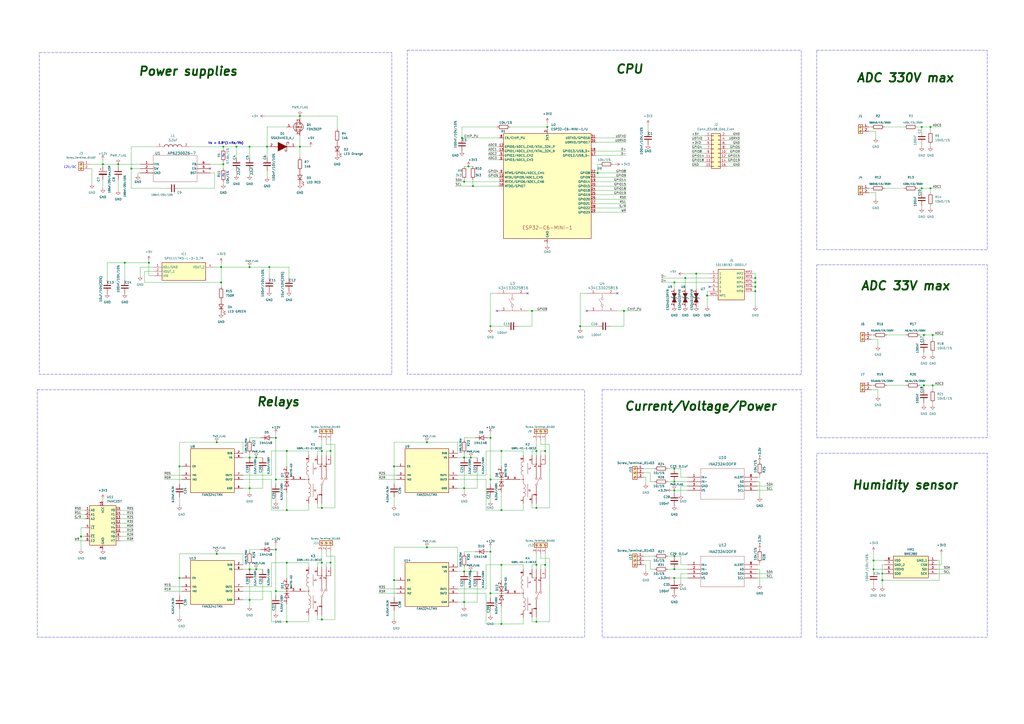
<source format=kicad_sch>
(kicad_sch (version 20230121) (generator eeschema)
  (paper "A2")
  (title_block (title "ESP32C6 Mini relay board") (date "2023-11-15"))
  (junction (at 267.97 80.01))
  (junction (at 438.15 168.91))
  (junction (at 137.16 85.09))
  (junction (at 438.15 161.29))
  (junction (at 534.67 73.66))
  (junction (at 125.73 321.31))
  (junction (at 317.5 73.66))
  (junction (at 166.37 295.91))
  (junction (at 438.15 166.37))
  (junction (at 311.15 360.68))
  (junction (at 104.14 270.51))
  (junction (at 539.75 109.22))
  (junction (at 186.69 261.62))
  (junction (at 535.94 223.52))
  (junction (at 144.78 330.2))
  (junction (at 438.15 163.83))
  (junction (at 290.83 295.91))
  (junction (at 391.16 271.78))
  (junction (at 186.69 359.41))
  (junction (at 534.67 109.22))
  (junction (at 104.14 335.28))
  (junction (at 284.48 344.17))
  (junction (at 284.48 278.13))
  (junction (at 397.51 161.29))
  (junction (at 391.16 279.4))
  (junction (at 391.16 335.28))
  (junction (at 539.75 73.66))
  (junction (at 274.32 107.95))
  (junction (at 247.65 256.54))
  (junction (at 191.77 261.62))
  (junction (at 228.6 336.55))
  (junction (at 290.83 361.95))
  (junction (at 59.69 95.25))
  (junction (at 125.73 256.54))
  (junction (at 186.69 294.64))
  (junction (at 144.78 154.94))
  (junction (at 166.37 360.68))
  (junction (at 290.83 261.62))
  (junction (at 391.16 322.58))
  (junction (at 148.59 265.43))
  (junction (at 541.02 223.52))
  (junction (at 160.02 318.77))
  (junction (at 148.59 330.2))
  (junction (at 284.48 320.04))
  (junction (at 144.78 347.98))
  (junction (at 403.86 158.75))
  (junction (at 311.15 327.66))
  (junction (at 346.71 100.33))
  (junction (at 269.24 265.43))
  (junction (at 160.02 278.13))
  (junction (at 186.69 326.39))
  (junction (at 273.05 331.47))
  (junction (at 284.48 254))
  (junction (at 269.24 105.41))
  (junction (at 173.99 67.31))
  (junction (at 336.55 189.23))
  (junction (at 391.16 330.2))
  (junction (at 269.24 331.47))
  (junction (at 361.95 180.34))
  (junction (at 269.24 349.25))
  (junction (at 76.2 97.79))
  (junction (at 391.16 284.48))
  (junction (at 391.16 163.83))
  (junction (at 506.73 325.12))
  (junction (at 269.24 283.21))
  (junction (at 144.78 283.21))
  (junction (at 228.6 270.51))
  (junction (at 535.94 194.31))
  (junction (at 511.81 332.74))
  (junction (at 311.15 294.64))
  (junction (at 284.48 189.23))
  (junction (at 290.83 327.66))
  (junction (at 160.02 342.9))
  (junction (at 128.27 154.94))
  (junction (at 144.78 265.43))
  (junction (at 166.37 326.39))
  (junction (at 154.94 85.09))
  (junction (at 129.54 95.25))
  (junction (at 86.36 152.4))
  (junction (at 410.21 171.45))
  (junction (at 271.78 96.52))
  (junction (at 247.65 317.5))
  (junction (at 311.15 261.62))
  (junction (at 316.23 327.66))
  (junction (at 166.37 261.62))
  (junction (at 128.27 163.83))
  (junction (at 173.99 85.09))
  (junction (at 72.39 152.4))
  (junction (at 156.21 154.94))
  (junction (at 316.23 261.62))
  (junction (at 129.54 85.09))
  (junction (at 541.02 194.31))
  (junction (at 68.58 95.25))
  (junction (at 191.77 326.39))
  (junction (at 511.81 336.55))
  (junction (at 273.05 265.43))
  (junction (at 506.73 330.2))
  (junction (at 46.99 311.15))
  (junction (at 144.78 85.09))
  (junction (at 308.61 180.34))
  (junction (at 160.02 254))
  (no_connect (at 121.92 97.79))
  (no_connect (at 358.14 170.18))
  (no_connect (at 340.36 180.34))
  (no_connect (at 288.29 180.34))
  (no_connect (at 306.07 170.18))
  (no_connect (at 411.48 166.37))
  (wire (pts (xy 166.37 360.68) (xy 179.07 360.68)))
  (wire (pts (xy 438.15 158.75) (xy 438.15 161.29)))
  (wire (pts (xy 53.34 97.79) (xy 53.34 106.68)))
  (wire (pts (xy 440.69 326.39) (xy 440.69 327.66)))
  (wire (pts (xy 440.69 327.66) (xy 439.42 327.66)))
  (wire (pts (xy 86.36 151.13) (xy 86.36 152.4)))
  (wire (pts (xy 80.01 100.33) (xy 80.01 101.6)))
  (wire (pts (xy 265.43 344.17) (xy 281.94 344.17)))
  (wire (pts (xy 269.24 339.09) (xy 269.24 349.25)))
  (wire (pts (xy 95.25 340.36) (xy 105.41 340.36)))
  (wire (pts (xy 394.97 327.66) (xy 398.78 327.66)))
  (wire (pts (xy 179.07 328.93) (xy 179.07 326.39)))
  (wire (pts (xy 283.21 100.33) (xy 289.56 100.33)))
  (wire (pts (xy 281.94 361.95) (xy 290.83 361.95)))
  (wire (pts (xy 173.99 67.31) (xy 195.58 67.31)))
  (wire (pts (xy 311.15 360.68) (xy 308.61 360.68)))
  (wire (pts (xy 356.87 95.25) (xy 355.6 95.25)))
  (wire (pts (xy 290.83 261.62) (xy 303.53 261.62)))
  (wire (pts (xy 88.9 154.94) (xy 81.28 154.94)))
  (wire (pts (xy 191.77 326.39) (xy 191.77 320.04)))
  (wire (pts (xy 76.2 85.09) (xy 76.2 97.79)))
  (wire (pts (xy 72.39 152.4) (xy 86.36 152.4)))
  (wire (pts (xy 269.24 96.52) (xy 271.78 96.52)))
  (wire (pts (xy 313.69 261.62) (xy 316.23 261.62)))
  (wire (pts (xy 274.32 104.14) (xy 274.32 107.95)))
  (wire (pts (xy 95.25 275.59) (xy 105.41 275.59)))
  (wire (pts (xy 191.77 328.93) (xy 191.77 326.39)))
  (wire (pts (xy 284.48 344.17) (xy 284.48 346.71)))
  (wire (pts (xy 144.78 254) (xy 144.78 255.27)))
  (wire (pts (xy 533.4 223.52) (xy 535.94 223.52)))
  (wire (pts (xy 511.81 332.74) (xy 511.81 336.55)))
  (wire (pts (xy 194.31 257.81) (xy 189.23 257.81)))
  (wire (pts (xy 144.78 154.94) (xy 156.21 154.94)))
  (wire (pts (xy 284.48 189.23) (xy 293.37 189.23)))
  (wire (pts (xy 154.94 73.66) (xy 166.37 73.66)))
  (wire (pts (xy 72.39 152.4) (xy 62.23 152.4)))
  (wire (pts (xy 140.97 275.59) (xy 157.48 275.59)))
  (wire (pts (xy 281.94 261.62) (xy 290.83 261.62)))
  (wire (pts (xy 80.01 100.33) (xy 81.28 100.33)))
  (wire (pts (xy 171.45 85.09) (xy 173.99 85.09)))
  (wire (pts (xy 160.02 342.9) (xy 166.37 342.9)))
  (wire (pts (xy 265.43 349.25) (xy 269.24 349.25)))
  (wire (pts (xy 157.48 261.62) (xy 157.48 275.59)))
  (wire (pts (xy 265.43 283.21) (xy 269.24 283.21)))
  (wire (pts (xy 391.16 330.2) (xy 398.78 330.2)))
  (wire (pts (xy 401.32 86.36) (xy 408.94 86.36)))
  (wire (pts (xy 303.53 264.16) (xy 303.53 261.62)))
  (wire (pts (xy 345.44 107.95) (xy 363.22 107.95)))
  (wire (pts (xy 144.78 262.89) (xy 144.78 265.43)))
  (wire (pts (xy 377.19 330.2) (xy 377.19 325.12)))
  (wire (pts (xy 86.36 152.4) (xy 86.36 160.02)))
  (wire (pts (xy 179.07 264.16) (xy 179.07 261.62)))
  (wire (pts (xy 267.97 73.66) (xy 267.97 80.01)))
  (wire (pts (xy 308.61 180.34) (xy 317.5 180.34)))
  (wire (pts (xy 508 76.2) (xy 508 80.01)))
  (wire (pts (xy 303.53 292.1) (xy 303.53 295.91)))
  (wire (pts (xy 124.46 109.22) (xy 124.46 100.33)))
  (wire (pts (xy 43.18 298.45) (xy 49.53 298.45)))
  (wire (pts (xy 316.23 330.2) (xy 316.23 327.66)))
  (wire (pts (xy 124.46 100.33) (xy 121.92 100.33)))
  (wire (pts (xy 219.71 341.63) (xy 229.87 341.63)))
  (wire (pts (xy 184.15 356.87) (xy 184.15 359.41)))
  (wire (pts (xy 421.64 96.52) (xy 429.26 96.52)))
  (wire (pts (xy 128.27 152.4) (xy 128.27 154.94)))
  (wire (pts (xy 391.16 330.2) (xy 387.35 330.2)))
  (wire (pts (xy 506.73 325.12) (xy 506.73 330.2)))
  (wire (pts (xy 125.73 256.54) (xy 140.97 256.54)))
  (wire (pts (xy 532.13 109.22) (xy 534.67 109.22)))
  (wire (pts (xy 228.6 288.29) (xy 228.6 293.37)))
  (wire (pts (xy 373.38 276.86) (xy 374.65 276.86)))
  (wire (pts (xy 535.94 223.52) (xy 535.94 226.06)))
  (wire (pts (xy 511.81 336.55) (xy 511.81 340.36)))
  (wire (pts (xy 539.75 73.66) (xy 546.1 73.66)))
  (wire (pts (xy 387.35 271.78) (xy 391.16 271.78)))
  (wire (pts (xy 288.29 73.66) (xy 267.97 73.66)))
  (wire (pts (xy 318.77 257.81) (xy 313.69 257.81)))
  (wire (pts (xy 313.69 264.16) (xy 313.69 261.62)))
  (wire (pts (xy 394.97 322.58) (xy 394.97 327.66)))
  (wire (pts (xy 543.56 325.12) (xy 544.83 325.12)))
  (wire (pts (xy 160.02 318.77) (xy 160.02 342.9)))
  (wire (pts (xy 140.97 265.43) (xy 144.78 265.43)))
  (wire (pts (xy 173.99 78.74) (xy 173.99 85.09)))
  (wire (pts (xy 273.05 331.47) (xy 276.86 331.47)))
  (wire (pts (xy 52.07 97.79) (xy 53.34 97.79)))
  (wire (pts (xy 535.94 194.31) (xy 535.94 196.85)))
  (wire (pts (xy 283.21 92.71) (xy 289.56 92.71)))
  (wire (pts (xy 396.24 158.75) (xy 403.86 158.75)))
  (wire (pts (xy 534.67 109.22) (xy 534.67 111.76)))
  (wire (pts (xy 361.95 180.34) (xy 361.95 189.23)))
  (wire (pts (xy 313.69 323.85) (xy 313.69 321.31)))
  (wire (pts (xy 281.94 327.66) (xy 290.83 327.66)))
  (wire (pts (xy 154.94 85.09) (xy 154.94 73.66)))
  (wire (pts (xy 69.85 313.69) (xy 77.47 313.69)))
  (wire (pts (xy 194.31 322.58) (xy 189.23 322.58)))
  (wire (pts (xy 104.14 335.28) (xy 104.14 345.44)))
  (wire (pts (xy 509.27 226.06) (xy 509.27 229.87)))
  (wire (pts (xy 265.43 341.63) (xy 281.94 341.63)))
  (wire (pts (xy 295.91 73.66) (xy 317.5 73.66)))
  (wire (pts (xy 374.65 276.86) (xy 374.65 280.67)))
  (wire (pts (xy 267.97 80.01) (xy 289.56 80.01)))
  (wire (pts (xy 311.15 264.16) (xy 311.15 261.62)))
  (wire (pts (xy 219.71 275.59) (xy 229.87 275.59)))
  (wire (pts (xy 505.46 226.06) (xy 509.27 226.06)))
  (wire (pts (xy 81.28 154.94) (xy 81.28 160.02)))
  (wire (pts (xy 166.37 261.62) (xy 166.37 270.51)))
  (wire (pts (xy 448.31 332.74) (xy 439.42 332.74)))
  (wire (pts (xy 541.02 223.52) (xy 547.37 223.52)))
  (wire (pts (xy 336.55 170.18) (xy 336.55 189.23)))
  (wire (pts (xy 311.15 360.68) (xy 318.77 360.68)))
  (wire (pts (xy 316.23 264.16) (xy 316.23 261.62)))
  (wire (pts (xy 269.24 349.25) (xy 276.86 349.25)))
  (wire (pts (xy 43.18 313.69) (xy 49.53 313.69)))
  (wire (pts (xy 144.78 347.98) (xy 144.78 351.79)))
  (wire (pts (xy 284.48 320.04) (xy 284.48 344.17)))
  (wire (pts (xy 194.31 294.64) (xy 194.31 257.81)))
  (wire (pts (xy 283.21 320.04) (xy 284.48 320.04)))
  (wire (pts (xy 281.94 278.13) (xy 281.94 295.91)))
  (wire (pts (xy 290.83 351.79) (xy 290.83 361.95)))
  (wire (pts (xy 283.21 85.09) (xy 289.56 85.09)))
  (wire (pts (xy 403.86 158.75) (xy 403.86 167.64)))
  (wire (pts (xy 144.78 254) (xy 151.13 254)))
  (wire (pts (xy 506.73 325.12) (xy 513.08 325.12)))
  (wire (pts (xy 397.51 161.29) (xy 397.51 167.64)))
  (wire (pts (xy 160.02 288.29) (xy 160.02 290.83)))
  (wire (pts (xy 144.78 318.77) (xy 151.13 318.77)))
  (wire (pts (xy 439.42 330.2) (xy 440.69 330.2)))
  (wire (pts (xy 436.88 168.91) (xy 438.15 168.91)))
  (wire (pts (xy 83.82 157.48) (xy 83.82 163.83)))
  (wire (pts (xy 546.1 327.66) (xy 546.1 321.31)))
  (wire (pts (xy 104.14 109.22) (xy 124.46 109.22)))
  (wire (pts (xy 228.6 270.51) (xy 229.87 270.51)))
  (wire (pts (xy 391.16 335.28) (xy 398.78 335.28)))
  (wire (pts (xy 541.02 234.95) (xy 541.02 233.68)))
  (wire (pts (xy 104.14 335.28) (xy 104.14 321.31)))
  (wire (pts (xy 46.99 306.07) (xy 46.99 311.15)))
  (wire (pts (xy 95.25 342.9) (xy 105.41 342.9)))
  (wire (pts (xy 303.53 358.14) (xy 303.53 361.95)))
  (wire (pts (xy 504.19 76.2) (xy 508 76.2)))
  (wire (pts (xy 157.48 326.39) (xy 157.48 340.36)))
  (wire (pts (xy 283.21 102.87) (xy 289.56 102.87)))
  (wire (pts (xy 318.77 360.68) (xy 318.77 323.85)))
  (wire (pts (xy 191.77 261.62) (xy 191.77 255.27)))
  (wire (pts (xy 346.71 100.33) (xy 363.22 100.33)))
  (wire (pts (xy 283.21 254) (xy 284.48 254)))
  (wire (pts (xy 544.83 336.55) (xy 511.81 336.55)))
  (wire (pts (xy 129.54 85.09) (xy 137.16 85.09)))
  (wire (pts (xy 154.94 102.87) (xy 154.94 99.06)))
  (wire (pts (xy 144.78 347.98) (xy 152.4 347.98)))
  (wire (pts (xy 69.85 298.45) (xy 77.47 298.45)))
  (wire (pts (xy 137.16 85.09) (xy 144.78 85.09)))
  (wire (pts (xy 228.6 270.51) (xy 228.6 280.67)))
  (wire (pts (xy 514.35 194.31) (xy 525.78 194.31)))
  (wire (pts (xy 389.89 335.28) (xy 391.16 335.28)))
  (wire (pts (xy 508 111.76) (xy 508 115.57)))
  (wire (pts (xy 421.64 86.36) (xy 429.26 86.36)))
  (wire (pts (xy 153.67 67.31) (xy 173.99 67.31)))
  (wire (pts (xy 59.69 95.25) (xy 59.69 96.52)))
  (wire (pts (xy 290.83 361.95) (xy 303.53 361.95)))
  (wire (pts (xy 228.6 354.33) (xy 228.6 359.41)))
  (wire (pts (xy 383.54 161.29) (xy 397.51 161.29)))
  (wire (pts (xy 140.97 283.21) (xy 144.78 283.21)))
  (wire (pts (xy 104.14 288.29) (xy 104.14 293.37)))
  (wire (pts (xy 284.48 278.13) (xy 290.83 278.13)))
  (wire (pts (xy 391.16 163.83) (xy 391.16 167.64)))
  (wire (pts (xy 311.15 330.2) (xy 311.15 327.66)))
  (wire (pts (xy 410.21 168.91) (xy 410.21 171.45)))
  (wire (pts (xy 340.36 170.18) (xy 336.55 170.18)))
  (wire (pts (xy 284.48 344.17) (xy 290.83 344.17)))
  (wire (pts (xy 186.69 328.93) (xy 186.69 326.39)))
  (wire (pts (xy 281.94 344.17) (xy 281.94 361.95)))
  (wire (pts (xy 440.69 279.4) (xy 440.69 288.29)))
  (wire (pts (xy 448.31 335.28) (xy 439.42 335.28)))
  (wire (pts (xy 311.15 327.66) (xy 311.15 321.31)))
  (wire (pts (xy 69.85 295.91) (xy 77.47 295.91)))
  (wire (pts (xy 173.99 85.09) (xy 180.34 85.09)))
  (wire (pts (xy 76.2 109.22) (xy 96.52 109.22)))
  (wire (pts (xy 345.44 115.57) (xy 363.22 115.57)))
  (wire (pts (xy 290.83 261.62) (xy 290.83 270.51)))
  (wire (pts (xy 144.78 101.6) (xy 144.78 99.06)))
  (wire (pts (xy 403.86 158.75) (xy 411.48 158.75)))
  (wire (pts (xy 421.64 81.28) (xy 429.26 81.28)))
  (wire (pts (xy 401.32 91.44) (xy 408.94 91.44)))
  (wire (pts (xy 157.48 278.13) (xy 157.48 295.91)))
  (wire (pts (xy 186.69 261.62) (xy 186.69 255.27)))
  (wire (pts (xy 436.88 163.83) (xy 438.15 163.83)))
  (wire (pts (xy 62.23 152.4) (xy 62.23 162.56)))
  (wire (pts (xy 539.75 109.22) (xy 546.1 109.22)))
  (wire (pts (xy 410.21 171.45) (xy 410.21 177.8)))
  (wire (pts (xy 308.61 292.1) (xy 308.61 294.64)))
  (wire (pts (xy 68.58 95.25) (xy 68.58 96.52)))
  (wire (pts (xy 440.69 276.86) (xy 439.42 276.86)))
  (wire (pts (xy 269.24 265.43) (xy 273.05 265.43)))
  (wire (pts (xy 160.02 278.13) (xy 166.37 278.13)))
  (wire (pts (xy 179.07 292.1) (xy 179.07 295.91)))
  (wire (pts (xy 539.75 73.66) (xy 539.75 76.2)))
  (wire (pts (xy 269.24 104.14) (xy 269.24 105.41)))
  (wire (pts (xy 281.94 327.66) (xy 281.94 341.63)))
  (wire (pts (xy 308.61 261.62) (xy 311.15 261.62)))
  (wire (pts (xy 541.02 194.31) (xy 541.02 196.85)))
  (wire (pts (xy 72.39 152.4) (xy 72.39 162.56)))
  (wire (pts (xy 269.24 320.04) (xy 269.24 321.31)))
  (wire (pts (xy 391.16 335.28) (xy 391.16 336.55)))
  (wire (pts (xy 219.71 278.13) (xy 229.87 278.13)))
  (wire (pts (xy 317.5 73.66) (xy 317.5 74.93)))
  (wire (pts (xy 511.81 332.74) (xy 513.08 332.74)))
  (wire (pts (xy 316.23 261.62) (xy 316.23 255.27)))
  (wire (pts (xy 265.43 275.59) (xy 281.94 275.59)))
  (wire (pts (xy 189.23 261.62) (xy 191.77 261.62)))
  (wire (pts (xy 401.32 83.82) (xy 408.94 83.82)))
  (wire (pts (xy 284.48 278.13) (xy 284.48 280.67)))
  (wire (pts (xy 391.16 284.48) (xy 391.16 285.75)))
  (wire (pts (xy 271.78 96.52) (xy 274.32 96.52)))
  (wire (pts (xy 308.61 330.2) (xy 308.61 327.66)))
  (wire (pts (xy 401.32 81.28) (xy 408.94 81.28)))
  (wire (pts (xy 375.92 72.39) (xy 375.92 76.2)))
  (wire (pts (xy 43.18 300.99) (xy 49.53 300.99)))
  (wire (pts (xy 389.89 284.48) (xy 391.16 284.48)))
  (wire (pts (xy 129.54 93.98) (xy 129.54 95.25)))
  (wire (pts (xy 128.27 163.83) (xy 128.27 154.94)))
  (wire (pts (xy 105.41 335.28) (xy 104.14 335.28)))
  (wire (pts (xy 284.48 251.46) (xy 284.48 254)))
  (wire (pts (xy 514.35 223.52) (xy 525.78 223.52)))
  (wire (pts (xy 184.15 326.39) (xy 186.69 326.39)))
  (wire (pts (xy 137.16 101.6) (xy 137.16 99.06)))
  (wire (pts (xy 166.37 285.75) (xy 166.37 295.91)))
  (wire (pts (xy 265.43 317.5) (xy 247.65 317.5)))
  (wire (pts (xy 533.4 194.31) (xy 535.94 194.31)))
  (wire (pts (xy 269.24 254) (xy 269.24 255.27)))
  (wire (pts (xy 157.48 261.62) (xy 166.37 261.62)))
  (wire (pts (xy 173.99 68.58) (xy 173.99 67.31)))
  (wire (pts (xy 189.23 257.81) (xy 189.23 255.27)))
  (wire (pts (xy 140.97 321.31) (xy 140.97 327.66)))
  (wire (pts (xy 144.78 318.77) (xy 144.78 320.04)))
  (wire (pts (xy 128.27 154.94) (xy 124.46 154.94)))
  (wire (pts (xy 81.28 97.79) (xy 76.2 97.79)))
  (wire (pts (xy 76.2 97.79) (xy 76.2 109.22)))
  (wire (pts (xy 144.78 337.82) (xy 144.78 347.98)))
  (wire (pts (xy 391.16 322.58) (xy 394.97 322.58)))
  (wire (pts (xy 284.48 288.29) (xy 284.48 290.83)))
  (wire (pts (xy 336.55 189.23) (xy 336.55 190.5)))
  (wire (pts (xy 421.64 91.44) (xy 429.26 91.44)))
  (wire (pts (xy 439.42 279.4) (xy 440.69 279.4)))
  (wire (pts (xy 274.32 107.95) (xy 264.16 107.95)))
  (wire (pts (xy 284.48 170.18) (xy 284.48 189.23)))
  (wire (pts (xy 306.07 180.34) (xy 308.61 180.34)))
  (wire (pts (xy 509.27 196.85) (xy 509.27 200.66)))
  (wire (pts (xy 345.44 120.65) (xy 363.22 120.65)))
  (wire (pts (xy 104.14 353.06) (xy 104.14 358.14)))
  (wire (pts (xy 506.73 194.31) (xy 505.46 194.31)))
  (wire (pts (xy 387.35 322.58) (xy 391.16 322.58)))
  (wire (pts (xy 186.69 359.41) (xy 194.31 359.41)))
  (wire (pts (xy 276.86 339.09) (xy 276.86 349.25)))
  (wire (pts (xy 86.36 160.02) (xy 88.9 160.02)))
  (wire (pts (xy 543.56 330.2) (xy 551.18 330.2)))
  (wire (pts (xy 345.44 123.19) (xy 363.22 123.19)))
  (wire (pts (xy 265.43 317.5) (xy 265.43 328.93)))
  (wire (pts (xy 284.48 254) (xy 284.48 278.13)))
  (wire (pts (xy 317.5 71.12) (xy 317.5 73.66)))
  (wire (pts (xy 189.23 328.93) (xy 189.23 326.39)))
  (wire (pts (xy 373.38 271.78) (xy 379.73 271.78)))
  (wire (pts (xy 160.02 251.46) (xy 160.02 254)))
  (wire (pts (xy 140.97 330.2) (xy 144.78 330.2)))
  (wire (pts (xy 513.08 73.66) (xy 524.51 73.66)))
  (wire (pts (xy 186.69 264.16) (xy 186.69 261.62)))
  (wire (pts (xy 167.64 154.94) (xy 167.64 161.29)))
  (wire (pts (xy 311.15 292.1) (xy 311.15 294.64)))
  (wire (pts (xy 137.16 85.09) (xy 137.16 91.44)))
  (wire (pts (xy 144.78 265.43) (xy 148.59 265.43)))
  (wire (pts (xy 152.4 273.05) (xy 152.4 283.21)))
  (wire (pts (xy 383.54 163.83) (xy 391.16 163.83)))
  (wire (pts (xy 345.44 82.55) (xy 363.22 82.55)))
  (wire (pts (xy 504.19 111.76) (xy 508 111.76)))
  (wire (pts (xy 228.6 336.55) (xy 228.6 346.71)))
  (wire (pts (xy 157.48 326.39) (xy 166.37 326.39)))
  (wire (pts (xy 186.69 326.39) (xy 186.69 320.04)))
  (wire (pts (xy 345.44 90.17) (xy 363.22 90.17)))
  (wire (pts (xy 69.85 308.61) (xy 77.47 308.61)))
  (wire (pts (xy 69.85 300.99) (xy 77.47 300.99)))
  (wire (pts (xy 438.15 168.91) (xy 438.15 177.8)))
  (wire (pts (xy 166.37 261.62) (xy 179.07 261.62)))
  (wire (pts (xy 184.15 328.93) (xy 184.15 326.39)))
  (wire (pts (xy 438.15 163.83) (xy 438.15 166.37)))
  (wire (pts (xy 535.94 205.74) (xy 535.94 204.47)))
  (wire (pts (xy 276.86 273.05) (xy 276.86 283.21)))
  (wire (pts (xy 140.97 278.13) (xy 157.48 278.13)))
  (wire (pts (xy 308.61 294.64) (xy 311.15 294.64)))
  (wire (pts (xy 184.15 359.41) (xy 186.69 359.41)))
  (wire (pts (xy 539.75 120.65) (xy 539.75 119.38)))
  (wire (pts (xy 160.02 278.13) (xy 160.02 280.67)))
  (wire (pts (xy 83.82 163.83) (xy 128.27 163.83)))
  (wire (pts (xy 265.43 256.54) (xy 265.43 262.89)))
  (wire (pts (xy 265.43 331.47) (xy 269.24 331.47)))
  (wire (pts (xy 247.65 317.5) (xy 228.6 317.5)))
  (wire (pts (xy 129.54 85.09) (xy 129.54 86.36)))
  (wire (pts (xy 284.48 354.33) (xy 284.48 356.87)))
  (wire (pts (xy 140.97 256.54) (xy 140.97 262.89)))
  (wire (pts (xy 290.83 285.75) (xy 290.83 295.91)))
  (wire (pts (xy 346.71 95.25) (xy 346.71 100.33)))
  (wire (pts (xy 179.07 356.87) (xy 179.07 360.68)))
  (wire (pts (xy 129.54 95.25) (xy 129.54 97.79)))
  (wire (pts (xy 421.64 83.82) (xy 429.26 83.82)))
  (wire (pts (xy 160.02 316.23) (xy 160.02 318.77)))
  (wire (pts (xy 228.6 256.54) (xy 228.6 270.51)))
  (wire (pts (xy 160.02 342.9) (xy 160.02 345.44)))
  (wire (pts (xy 336.55 189.23) (xy 346.71 189.23)))
  (wire (pts (xy 140.97 347.98) (xy 144.78 347.98)))
  (wire (pts (xy 184.15 261.62) (xy 186.69 261.62)))
  (wire (pts (xy 440.69 330.2) (xy 440.69 339.09)))
  (wire (pts (xy 391.16 279.4) (xy 387.35 279.4)))
  (wire (pts (xy 505.46 196.85) (xy 509.27 196.85)))
  (wire (pts (xy 391.16 284.48) (xy 398.78 284.48)))
  (wire (pts (xy 156.21 154.94) (xy 167.64 154.94)))
  (wire (pts (xy 129.54 106.68) (xy 129.54 105.41)))
  (wire (pts (xy 394.97 276.86) (xy 398.78 276.86)))
  (wire (pts (xy 401.32 96.52) (xy 408.94 96.52)))
  (wire (pts (xy 358.14 180.34) (xy 361.95 180.34)))
  (wire (pts (xy 265.43 265.43) (xy 269.24 265.43)))
  (wire (pts (xy 274.32 107.95) (xy 289.56 107.95)))
  (wire (pts (xy 535.94 234.95) (xy 535.94 233.68)))
  (wire (pts (xy 401.32 88.9) (xy 408.94 88.9)))
  (wire (pts (xy 269.24 349.25) (xy 269.24 351.79)))
  (wire (pts (xy 391.16 279.4) (xy 398.78 279.4)))
  (wire (pts (xy 157.48 295.91) (xy 166.37 295.91)))
  (wire (pts (xy 438.15 161.29) (xy 438.15 163.83)))
  (wire (pts (xy 148.59 330.2) (xy 152.4 330.2)))
  (wire (pts (xy 397.51 161.29) (xy 411.48 161.29)))
  (wire (pts (xy 535.94 223.52) (xy 541.02 223.52)))
  (wire (pts (xy 438.15 166.37) (xy 438.15 168.91)))
  (wire (pts (xy 140.97 342.9) (xy 157.48 342.9)))
  (wire (pts (xy 128.27 154.94) (xy 144.78 154.94)))
  (wire (pts (xy 228.6 336.55) (xy 229.87 336.55)))
  (wire (pts (xy 543.56 327.66) (xy 546.1 327.66)))
  (wire (pts (xy 283.21 90.17) (xy 289.56 90.17)))
  (wire (pts (xy 436.88 158.75) (xy 438.15 158.75)))
  (wire (pts (xy 157.48 342.9) (xy 157.48 360.68)))
  (wire (pts (xy 316.23 327.66) (xy 316.23 321.31)))
  (wire (pts (xy 539.75 85.09) (xy 539.75 83.82)))
  (wire (pts (xy 345.44 102.87) (xy 363.22 102.87)))
  (wire (pts (xy 308.61 264.16) (xy 308.61 261.62)))
  (wire (pts (xy 290.83 327.66) (xy 290.83 336.55)))
  (wire (pts (xy 346.71 95.25) (xy 347.98 95.25)))
  (wire (pts (xy 377.19 330.2) (xy 379.73 330.2)))
  (wire (pts (xy 543.56 332.74) (xy 551.18 332.74)))
  (wire (pts (xy 534.67 73.66) (xy 534.67 76.2)))
  (wire (pts (xy 269.24 105.41) (xy 264.16 105.41)))
  (wire (pts (xy 157.48 360.68) (xy 166.37 360.68)))
  (wire (pts (xy 158.75 254) (xy 160.02 254)))
  (wire (pts (xy 144.78 327.66) (xy 144.78 330.2)))
  (wire (pts (xy 166.37 326.39) (xy 179.07 326.39)))
  (wire (pts (xy 186.69 294.64) (xy 194.31 294.64)))
  (wire (pts (xy 311.15 261.62) (xy 311.15 255.27)))
  (wire (pts (xy 154.94 85.09) (xy 154.94 91.44)))
  (wire (pts (xy 104.14 270.51) (xy 104.14 280.67)))
  (wire (pts (xy 506.73 340.36) (xy 506.73 339.09)))
  (wire (pts (xy 440.69 275.59) (xy 440.69 276.86)))
  (wire (pts (xy 505.46 73.66) (xy 504.19 73.66)))
  (wire (pts (xy 184.15 264.16) (xy 184.15 261.62)))
  (wire (pts (xy 394.97 281.94) (xy 394.97 287.02)))
  (wire (pts (xy 173.99 85.09) (xy 173.99 91.44)))
  (wire (pts (xy 281.94 261.62) (xy 281.94 275.59)))
  (wire (pts (xy 361.95 189.23) (xy 354.33 189.23)))
  (wire (pts (xy 68.58 95.25) (xy 59.69 95.25)))
  (wire (pts (xy 104.14 256.54) (xy 125.73 256.54)))
  (wire (pts (xy 313.69 257.81) (xy 313.69 255.27)))
  (wire (pts (xy 308.61 189.23) (xy 308.61 180.34)))
  (wire (pts (xy 152.4 337.82) (xy 152.4 347.98)))
  (wire (pts (xy 189.23 326.39) (xy 191.77 326.39)))
  (wire (pts (xy 506.73 330.2) (xy 506.73 331.47)))
  (wire (pts (xy 269.24 254) (xy 275.59 254)))
  (wire (pts (xy 265.43 256.54) (xy 247.65 256.54)))
  (wire (pts (xy 144.78 85.09) (xy 144.78 91.44)))
  (wire (pts (xy 345.44 110.49) (xy 363.22 110.49)))
  (wire (pts (xy 191.77 264.16) (xy 191.77 261.62)))
  (wire (pts (xy 421.64 93.98) (xy 429.26 93.98)))
  (wire (pts (xy 532.13 73.66) (xy 534.67 73.66)))
  (wire (pts (xy 541.02 205.74) (xy 541.02 204.47)))
  (wire (pts (xy 46.99 311.15) (xy 49.53 311.15)))
  (wire (pts (xy 154.94 85.09) (xy 156.21 85.09)))
  (wire (pts (xy 401.32 93.98) (xy 408.94 93.98)))
  (wire (pts (xy 505.46 109.22) (xy 504.19 109.22)))
  (wire (pts (xy 506.73 223.52) (xy 505.46 223.52)))
  (wire (pts (xy 308.61 327.66) (xy 311.15 327.66)))
  (wire (pts (xy 345.44 87.63) (xy 363.22 87.63)))
  (wire (pts (xy 290.83 295.91) (xy 303.53 295.91)))
  (wire (pts (xy 506.73 320.04) (xy 506.73 325.12)))
  (wire (pts (xy 308.61 358.14) (xy 308.61 360.68)))
  (wire (pts (xy 410.21 171.45) (xy 411.48 171.45)))
  (wire (pts (xy 49.53 306.07) (xy 46.99 306.07)))
  (wire (pts (xy 436.88 161.29) (xy 438.15 161.29)))
  (wire (pts (xy 90.17 85.09) (xy 76.2 85.09)))
  (wire (pts (xy 160.02 353.06) (xy 160.02 355.6)))
  (wire (pts (xy 59.69 109.22) (xy 59.69 104.14)))
  (wire (pts (xy 374.65 327.66) (xy 374.65 331.47)))
  (wire (pts (xy 269.24 320.04) (xy 275.59 320.04)))
  (wire (pts (xy 345.44 113.03) (xy 363.22 113.03)))
  (wire (pts (xy 534.67 73.66) (xy 539.75 73.66)))
  (wire (pts (xy 317.5 142.24) (xy 317.5 140.97)))
  (wire (pts (xy 156.21 161.29) (xy 156.21 154.94)))
  (wire (pts (xy 247.65 256.54) (xy 228.6 256.54)))
  (wire (pts (xy 104.14 321.31) (xy 125.73 321.31)))
  (wire (pts (xy 269.24 105.41) (xy 289.56 105.41)))
  (wire (pts (xy 394.97 281.94) (xy 398.78 281.94)))
  (wire (pts (xy 513.08 330.2) (xy 506.73 330.2)))
  (wire (pts (xy 186.69 292.1) (xy 186.69 294.64)))
  (wire (pts (xy 189.23 322.58) (xy 189.23 320.04)))
  (wire (pts (xy 189.23 264.16) (xy 189.23 261.62)))
  (wire (pts (xy 544.83 325.12) (xy 544.83 336.55)))
  (wire (pts (xy 69.85 311.15) (xy 77.47 311.15)))
  (wire (pts (xy 373.38 322.58) (xy 379.73 322.58)))
  (wire (pts (xy 184.15 294.64) (xy 186.69 294.64)))
  (wire (pts (xy 373.38 327.66) (xy 374.65 327.66)))
  (wire (pts (xy 377.19 279.4) (xy 379.73 279.4)))
  (wire (pts (xy 228.6 317.5) (xy 228.6 336.55)))
  (wire (pts (xy 69.85 306.07) (xy 77.47 306.07)))
  (wire (pts (xy 311.15 294.64) (xy 318.77 294.64)))
  (wire (pts (xy 284.48 189.23) (xy 284.48 190.5)))
  (wire (pts (xy 105.41 270.51) (xy 104.14 270.51)))
  (wire (pts (xy 541.02 223.52) (xy 541.02 226.06)))
  (wire (pts (xy 59.69 92.71) (xy 59.69 95.25)))
  (wire (pts (xy 394.97 332.74) (xy 398.78 332.74)))
  (wire (pts (xy 166.37 295.91) (xy 179.07 295.91)))
  (wire (pts (xy 534.67 120.65) (xy 534.67 119.38)))
  (wire (pts (xy 269.24 262.89) (xy 269.24 265.43)))
  (wire (pts (xy 184.15 292.1) (xy 184.15 294.64)))
  (wire (pts (xy 59.69 289.56) (xy 59.69 290.83)))
  (wire (pts (xy 377.19 279.4) (xy 377.19 274.32)))
  (wire (pts (xy 311.15 358.14) (xy 311.15 360.68)))
  (wire (pts (xy 421.64 88.9) (xy 429.26 88.9)))
  (wire (pts (xy 541.02 194.31) (xy 547.37 194.31)))
  (wire (pts (xy 300.99 189.23) (xy 308.61 189.23)))
  (wire (pts (xy 95.25 278.13) (xy 105.41 278.13)))
  (wire (pts (xy 303.53 330.2) (xy 303.53 327.66)))
  (wire (pts (xy 68.58 110.49) (xy 68.58 104.14)))
  (wire (pts (xy 88.9 157.48) (xy 83.82 157.48)))
  (wire (pts (xy 269.24 328.93) (xy 269.24 331.47)))
  (wire (pts (xy 265.43 278.13) (xy 281.94 278.13)))
  (wire (pts (xy 166.37 326.39) (xy 166.37 335.28)))
  (wire (pts (xy 283.21 87.63) (xy 289.56 87.63)))
  (wire (pts (xy 391.16 163.83) (xy 411.48 163.83)))
  (wire (pts (xy 69.85 303.53) (xy 77.47 303.53)))
  (wire (pts (xy 140.97 340.36) (xy 157.48 340.36)))
  (wire (pts (xy 448.31 284.48) (xy 439.42 284.48)))
  (wire (pts (xy 513.08 109.22) (xy 524.51 109.22)))
  (wire (pts (xy 81.28 95.25) (xy 68.58 95.25)))
  (wire (pts (xy 345.44 100.33) (xy 346.71 100.33)))
  (wire (pts (xy 269.24 283.21) (xy 269.24 285.75)))
  (wire (pts (xy 269.24 273.05) (xy 269.24 283.21)))
  (wire (pts (xy 46.99 311.15) (xy 46.99 318.77)))
  (wire (pts (xy 43.18 295.91) (xy 49.53 295.91)))
  (wire (pts (xy 401.32 78.74) (xy 408.94 78.74)))
  (wire (pts (xy 125.73 321.31) (xy 140.97 321.31)))
  (wire (pts (xy 269.24 283.21) (xy 276.86 283.21)))
  (wire (pts (xy 144.78 330.2) (xy 148.59 330.2)))
  (wire (pts (xy 284.48 317.5) (xy 284.48 320.04)))
  (wire (pts (xy 511.81 327.66) (xy 511.81 332.74)))
  (wire (pts (xy 290.83 327.66) (xy 303.53 327.66)))
  (wire (pts (xy 391.16 271.78) (xy 394.97 271.78)))
  (wire (pts (xy 377.19 274.32) (xy 373.38 274.32)))
  (wire (pts (xy 219.71 344.17) (xy 229.87 344.17)))
  (wire (pts (xy 513.08 327.66) (xy 511.81 327.66)))
  (wire (pts (xy 281.94 295.91) (xy 290.83 295.91)))
  (wire (pts (xy 52.07 95.25) (xy 59.69 95.25)))
  (wire (pts (xy 144.78 85.09) (xy 154.94 85.09)))
  (wire (pts (xy 186.69 356.87) (xy 186.69 359.41)))
  (wire (pts (xy 394.97 332.74) (xy 394.97 337.82)))
  (wire (pts (xy 421.64 78.74) (xy 429.26 78.74)))
  (wire (pts (xy 534.67 85.09) (xy 534.67 83.82)))
  (wire (pts (xy 313.69 327.66) (xy 316.23 327.66)))
  (wire (pts (xy 166.37 350.52) (xy 166.37 360.68)))
  (wire (pts (xy 318.77 323.85) (xy 313.69 323.85)))
  (wire (pts (xy 110.49 85.09) (xy 129.54 85.09)))
  (wire (pts (xy 313.69 330.2) (xy 313.69 327.66)))
  (wire (pts (xy 539.75 109.22) (xy 539.75 111.76)))
  (wire (pts (xy 273.05 265.43) (xy 276.86 265.43)))
  (wire (pts (xy 448.31 281.94) (xy 439.42 281.94)))
  (wire (pts (xy 148.59 265.43) (xy 152.4 265.43)))
  (wire (pts (xy 288.29 170.18) (xy 284.48 170.18)))
  (wire (pts (xy 345.44 105.41) (xy 363.22 105.41)))
  (wire (pts (xy 394.97 271.78) (xy 394.97 276.86)))
  (wire (pts (xy 534.67 109.22) (xy 539.75 109.22)))
  (wire (pts (xy 194.31 359.41) (xy 194.31 322.58)))
  (wire (pts (xy 104.14 270.51) (xy 104.14 256.54)))
  (wire (pts (xy 144.78 273.05) (xy 144.78 283.21)))
  (wire (pts (xy 128.27 163.83) (xy 128.27 166.37)))
  (wire (pts (xy 269.24 331.47) (xy 273.05 331.47)))
  (wire (pts (xy 535.94 194.31) (xy 541.02 194.31)))
  (wire (pts (xy 121.92 95.25) (xy 129.54 95.25)))
  (wire (pts (xy 436.88 166.37) (xy 438.15 166.37)))
  (wire (pts (xy 195.58 67.31) (xy 195.58 74.93)))
  (wire (pts (xy 158.75 318.77) (xy 160.02 318.77)))
  (wire (pts (xy 160.02 254) (xy 160.02 278.13)))
  (wire (pts (xy 377.19 325.12) (xy 373.38 325.12)))
  (wire (pts (xy 411.48 168.91) (xy 410.21 168.91)))
  (wire (pts (xy 318.77 294.64) (xy 318.77 257.81)))
  (wire (pts (xy 144.78 283.21) (xy 152.4 283.21)))
  (wire (pts (xy 345.44 80.01) (xy 363.22 80.01)))
  (wire (pts (xy 361.95 180.34) (xy 372.11 180.34)))
  (wire (pts (xy 144.78 283.21) (xy 144.78 285.75)))
  (wire (pts (xy 345.44 118.11) (xy 363.22 118.11)))
  (rectangle (start 236.22 29.21) (end 464.82 217.17) (stroke (width 0) (type dash)))
  (rectangle (start 349.25 226.06) (end 464.82 369.57) (stroke (width 0) (type dash)))
  (rectangle (start 473.71 262.89) (end 572.77 369.57) (stroke (width 0) (type dash)))
  (rectangle (start 473.71 29.21) (end 572.77 144.78) (stroke (width 0) (type dash)))
  (rectangle (start 473.71 153.67) (end 572.77 254) (stroke (width 0) (type dash)))
  (rectangle (start 21.59 226.06) (end 339.09 369.57) (stroke (width 0) (type dash)))
  (rectangle (start 22.86 30.48) (end 227.33 217.17) (stroke (width 0) (type dash)))
  (text "Relays" (at 148.59 236.22 0) (effects (font (size 5 5) (thickness 1) bold italic) (justify left bottom)))
  (text "Vo = 0.8*(1+Ra/Rb)" (at 120.65 83.82 0) (effects (font (size 1.27 1.27) (thickness 0.254) bold) (justify left bottom)))
  (text "ADC 33V max" (at 499.11 168.91 0) (effects (font (size 5 5) (thickness 1) bold italic) (justify left bottom)))
  (text "Humidity sensor" (at 494.03 284.48 0) (effects (font (size 5 5) (thickness 1) bold italic) (justify left bottom)))
  (text "Rb" (at 130.1844 102.7237 90) (effects (font (size 1 1)) (justify left bottom)))
  (text "12V/DC" (at 44.45 97.79 0) (effects (font (size 1.27 1.27)) (justify right bottom)))
  (text "Current/Voltage/Power" (at 361.95 238.76 0) (effects (font (size 5 5) bold italic) (justify left bottom)))
  (text "Power supplies" (at 80.01 44.45 0) (effects (font (size 5 5) (thickness 1) bold italic) (justify left bottom)))
  (text "ADC 330V max" (at 496.57 48.26 0) (effects (font (size 5 5) (thickness 1) bold italic) (justify left bottom)))
  (text "Ra" (at 130.1844 91.3139 90) (effects (font (size 1 1)) (justify left bottom)))
  (text "CPU" (at 356.87 43.18 0) (effects (font (size 5 5) (thickness 1) bold italic) (justify left bottom)))
  (label "ADC2" (at 283.21 90.17 0))
  (label "WR" (at 43.18 313.69 0))
  (label "R2R" (at 77.47 311.15 180))
  (label "SCL" (at 448.31 284.48 180))
  (label "SDA" (at 264.16 105.41 0))
  (label "WR" (at 363.22 123.19 180))
  (label "R1R" (at 77.47 308.61 180))
  (label "GPIO9" (at 429.26 88.9 180))
  (label "U0RXD" (at 429.26 81.28 180))
  (label "U0RXD" (at 363.22 82.55 180))
  (label "S{slash}R" (at 363.22 120.65 180))
  (label "R0R" (at 77.47 306.07 180))
  (label "R2S" (at 219.71 275.59 0))
  (label "R3S" (at 219.71 341.63 0))
  (label "GPIO8" (at 363.22 100.33 180))
  (label "SCL" (at 551.18 332.74 180))
  (label "GPIO15" (at 363.22 107.95 180))
  (label "D+" (at 383.54 163.83 0))
  (label "GPIO18" (at 363.22 110.49 180))
  (label "GPIO9" (at 363.22 102.87 180))
  (label "R1S" (at 95.25 340.36 0))
  (label "+3V3" (at 401.32 83.82 0))
  (label "GND" (at 401.32 96.52 0))
  (label "R3R" (at 219.71 344.17 0))
  (label "S{slash}R" (at 43.18 300.99 0))
  (label "GPIO15" (at 429.26 91.44 180))
  (label "GPIO8" (at 401.32 88.9 0))
  (label "GND" (at 429.26 83.82 180))
  (label "GPIO19" (at 363.22 113.03 180))
  (label "+5V" (at 401.32 78.74 0))
  (label "SCL" (at 448.31 335.28 180))
  (label "R0S" (at 95.25 275.59 0))
  (label "RS1" (at 43.18 298.45 0))
  (label "ADC3" (at 547.37 223.52 180))
  (label "SDA" (at 448.31 281.94 180))
  (label "ADC1" (at 546.1 109.22 180))
  (label "RS1" (at 363.22 118.11 180))
  (label "R1S" (at 77.47 298.45 180))
  (label "D-" (at 383.54 161.29 0))
  (label "ADC3" (at 283.21 92.71 0))
  (label "GPIO14" (at 363.22 105.41 180))
  (label "ADC1" (at 283.21 87.63 0))
  (label "GPIO9" (at 317.5 180.34 180))
  (label "U0TXD" (at 363.22 80.01 180))
  (label "GPIO5" (at 429.26 86.36 180))
  (label "R3S" (at 77.47 303.53 180))
  (label "SCL" (at 264.16 107.95 0))
  (label "GPIO14" (at 401.32 91.44 0))
  (label "CHIP_PU" (at 372.11 180.34 180))
  (label "RS0" (at 43.18 295.91 0))
  (label "GPIO4" (at 401.32 86.36 0))
  (label "SDA" (at 448.31 332.74 180))
  (label "D+" (at 363.22 87.63 180))
  (label "U0TXD" (at 401.32 81.28 0))
  (label "GPIO19" (at 429.26 93.98 180))
  (label "SDA" (at 551.18 330.2 180))
  (label "GPIO4" (at 283.21 100.33 0))
  (label "GPIO5" (at 283.21 102.87 0))
  (label "GPIO18" (at 401.32 93.98 0))
  (label "R2S" (at 77.47 300.99 180))
  (label "ADC0" (at 283.21 85.09 0))
  (label "R0S" (at 77.47 295.91 180))
  (label "ADC2" (at 547.37 194.31 180))
  (label "CHIP_PU" (at 269.24 80.01 0))
  (label "GND" (at 429.26 78.74 180))
  (label "R3R" (at 77.47 313.69 180))
  (label "ADC0" (at 546.1 73.66 180))
  (label "R0R" (at 95.25 278.13 0))
  (label "R1R" (at 95.25 342.9 0))
  (label "D-" (at 363.22 90.17 180))
  (label "RS0" (at 363.22 115.57 180))
  (label "GND" (at 429.26 96.52 180))
  (label "R2R" (at 219.71 278.13 0))
  (symbol (lib_id "power:GND") (at 391.16 177.8 0) (unit 1)
    (property "Reference" "#PWR035" (effects hide))
    (property "Value" "GND" (at 391.16 182.88 0))
  )
  (symbol (lib_id "Device:C") (at 137.16 95.25 0) (unit 1)
    (property "Reference" "C4" (at 135.89 92.71 90) (effects (justify left)))
    (property "Value" "22uF" (at 138.43 101.6 90) (effects (justify left)))
    (property "Footprint" "Capacitor_SMD:C_0603_1608Metric" (effects hide))
    (property "Number" "GRM188R60J226MEA0J" (effects hide))
  )
  (symbol (lib_id "power:GND") (at 81.28 160.02 0) (unit 1)
    (property "Reference" "#PWR030" (effects hide))
    (property "Value" "GND" (at 81.28 165.1 0))
  )
  (symbol (lib_id "power:GND") (at 284.48 190.5 0) (unit 1)
    (property "Reference" "#PWR041" (effects hide))
    (property "Value" "GND" (at 284.48 195.58 0))
  )
  (symbol (lib_id "Device:R") (at 383.54 271.78 90) (unit 1)
    (property "Reference" "R24" (at 383.54 269.24 90))
    (property "Value" "10/1%" (at 382.27 274.32 90))
    (property "Footprint" "Resistor_SMD:R_1206_3216Metric" (effects hide))
    (property "Number" "CRCW120610R0FKEC" (effects hide))
  )
  (symbol (lib_id "Device:R") (at 269.24 325.12 0) (unit 1)
    (property "Reference" "R30" (at 271.78 325.12 90) (effects (justify left)))
    (property "Value" "10R/0.25W" (at 267.1676 328.8477 90) (effects (font (size 1 1)) (justify left)))
    (property "Footprint" "Resistor_SMD:R_1206_3216Metric" (effects hide))
    (property "Description" "10R/0.25W/RMCF1206JT10R0" (effects hide))
  )
  (symbol (lib_id "power:GND") (at 539.75 120.65 0) (unit 1)
    (property "Reference" "#PWR025" (effects hide))
    (property "Value" "GND" (at 539.75 125.73 0))
  )
  (symbol (lib_id "power:GND") (at 195.58 90.17 0) (unit 1)
    (property "Reference" "#PWR010" (effects hide))
    (property "Value" "GND" (at 195.58 95.25 0))
  )
  (symbol (lib_id "SRP0315:SRP0315") (at 90.17 85.09 0) (unit 1)
    (property "Reference" "L1" (at 100.33 78.74 0))
    (property "Value" "3.3uF" (at 100.33 81.28 0))
    (property "Footprint" "SRP0315" (effects hide))
    (property "Datasheet" "https://www.bourns.com/docs/product-datasheets/srp0315.pdf?sfvrsn=383041f6_2" (effects hide))
    (property "Height" "1.5" (effects hide))
    (property "Mouser Part Number" "652-SRP0315" (effects hide))
    (property "Mouser Price/Stock" "https://nl.mouser.com/datasheet/2/54/srp0315-1859145.pdf" (effects hide))
    (property "Manufacturer_Name" "Bourns" (effects hide))
    (property "Manufacturer_Part_Number" "SRP0315-R47K" (effects hide))
  )
  (symbol (lib_id "SPX1117M3:SPX1117M3-L-3-3_TR") (at 88.9 154.94 0) (unit 1)
    (property "Reference" "IC1" (at 106.68 147.32 0))
    (property "Value" "SPX1117M3-L-3-3_TR" (at 106.68 149.86 0))
    (property "Footprint" "SOT230:SOT230P700X180-4N" (effects hide))
    (property "Datasheet" "https://componentsearchengine.com/Datasheets/1/SPX1117M3-L-3-3_TR.pdf" (effects hide))
    (property "Height" "1.8" (effects hide))
    (property "Mouser Part Number" "701-SPX1117M3-L-33TR" (effects hide))
    (property "Mouser Price/Stock" "https://www.mouser.com/Search/Refine.aspx?Keyword=701-SPX1117M3-L-33TR" (effects hide))
    (property "Manufacturer_Name" "EXAR" (effects hide))
    (property "Manufacturer_Part_Number" "SPX1117M3-L-3-3/TR" (effects hide))
  )
  (symbol (lib_id "Device:R") (at 440.69 322.58 180) (unit 1)
    (property "Reference" "R28" (at 443.23 321.31 90) (effects (justify left)))
    (property "Value" "10k/1%" (at 438.15 317.5 90) (effects (justify left)))
    (property "Footprint" "Resistor_SMD:R_0603_1608Metric" (effects hide))
    (property "Number" "ERJ-3EKF1002V" (effects hide))
  )
  (symbol (lib_id "Omron-G5RL:G5RL-K1-E-DC5_1") (at 186.69 294.64 270) (mirror x) (unit 1)
    (property "Reference" "K1" (at 181.61 257.81 90))
    (property "Value" "G5RL-K1-E-DC12" (at 179.428 260.0378 90) (effects (font (size 1 1))))
    (property "Footprint" "OMRON:Omron-G5RL-K1-E-MFG" (effects hide))
    (property "Datasheet" "https://omronfs.omron.com/en_US/ecb/products/pdf/en-g5rl_uk.pdf" (effects hide))
    (property "ambient temperature range high" "+85°C" (effects hide))
    (property "ambient temperature range low" "-40°C" (effects hide))
    (property "automotive" "No" (effects hide))
    (property "category" "Relay" (effects hide))
    (property "coil current" "62.5mA" (effects hide))
    (property "coil power" "0.75W" (effects hide))
    (property "coil resistance" "192Ω" (effects hide))
    (property "coil type" "Latching and Dual Coil" (effects hide))
    (property "coil voltage" "5V" (effects hide))
    (property "current rating" "16A" (effects hide))
    (property "device class L1" "Electromechanical" (effects hide))
    (property "device class L2" "Relays" (effects hide))
    (property "device class L3" "Power Relays" (effects hide))
    (property "digikey description" "RELAY GEN PURPOSE SPDT 16A 5V" (effects hide))
    (property "digikey part number" "Z4396-ND" (effects hide))
    (property "height" "15.7mm" (effects hide))
    (property "lead free" "Yes" (effects hide))
    (property "library id" "00210b733d68a69d" (effects hide))
    (property "manufacturer" "Omron" (effects hide))
    (property "mouser description" "Power Relay 12VDC 16(NO)/5(NC)A SPDT(29x12.7x15.7)mm THT" (effects hide))
    (property "mouser part number" "653-G5RLK1EDC12" (effects hide))
    (property "number of contacts" "1" (effects hide))
    (property "package" "PTH_RELAY_28MM8_12MM5" (effects hide))
    (property "rohs" "Yes" (effects hide))
    (property "switching current" "16A" (effects hide))
    (property "temperature range high" "+85°C" (effects hide))
    (property "temperature range low" "-40°C" (effects hide))
    (property "throw configuration" "SPDT" (effects hide))
  )
  (symbol (lib_id "Device:R") (at 539.75 80.01 180) (unit 1)
    (property "Reference" "R5" (at 542.29 78.74 0) (effects (justify right)))
    (property "Value" "10k0/1%" (at 542.29 81.28 0) (effects (justify right)))
    (property "Footprint" "Resistor_SMD:R_0603_1608Metric" (effects hide))
    (property "Mfr.No" "CMP0603AFX-1002ELF" (effects hide))
  )
  (symbol (lib_id "Device:R") (at 509.27 73.66 90) (unit 1)
    (property "Reference" "R2" (at 509.27 67.31 90))
    (property "Value" "560k0/1%/350V" (at 510.54 71.12 90) (effects (font (size 1 1))))
    (property "Footprint" "Resistor_SMD:R_0603_1608Metric" (effects hide))
    (property "Mfr. No" "KTR03EZPF5603" (effects hide))
  )
  (symbol (lib_id "power:GND") (at 534.67 120.65 0) (unit 1)
    (property "Reference" "#PWR024" (effects hide))
    (property "Value" "GND" (at 534.67 125.73 0))
  )
  (symbol (lib_id "power:+5V") (at 396.24 158.75 90) (unit 1)
    (property "Reference" "#PWR029" (effects hide))
    (property "Value" "+5V_USB" (at 392.43 157.48 90) (effects (justify left)))
  )
  (symbol (lib_id "Device:C") (at 144.78 269.24 0) (unit 1)
    (property "Reference" "C19" (at 143.51 274.32 90) (effects (justify left)))
    (property "Value" "2.2uF/100V" (at 148.0302 275.2017 90) (effects (font (size 1 1)) (justify left)))
    (property "Footprint" "Capacitor_SMD:C_1210_3225Metric" (effects hide))
    (property "Voltage" "100V" (effects hide))
    (property "Description" "2.2uF/100V/X7R/HMK325B7225KN-T" (effects hide))
  )
  (symbol (lib_id "power:GND") (at 129.54 106.68 0) (unit 1)
    (property "Reference" "#PWR019" (effects hide))
    (property "Value" "GND" (at 129.54 111.76 0))
  )
  (symbol (lib_id "Device:R") (at 529.59 194.31 90) (unit 1)
    (property "Reference" "R17" (at 529.59 187.96 90))
    (property "Value" "46.4k/1%/350V" (at 530.86 191.77 90) (effects (font (size 1 1))))
    (property "Footprint" "Resistor_SMD:R_0603_1608Metric" (effects hide))
    (property "Mfr. No" "HV731JRTTD4642F" (effects hide))
  )
  (symbol (lib_id "BAV70-G3-08:BAV70-G") (at 166.37 342.9 90) (unit 1)
    (property "Reference" "D11" (at 163.83 341.63 0) (effects (justify left)))
    (property "Value" "BAV70-G3" (at 168.91 341.63 0) (effects (font (size 1 1)) (justify left)))
    (property "Footprint" "footprints:SOT95P248X115-3N" (effects hide))
    (property "Datasheet" "https://assets.nexperia.com/documents/data-sheet/BAV70_SER.pdf" (effects hide))
  )
  (symbol (lib_id "power:GND") (at 336.55 190.5 0) (unit 1)
    (property "Reference" "#PWR042" (effects hide))
    (property "Value" "GND" (at 336.55 195.58 0))
  )
  (symbol (lib_id "power:+3.3V") (at 389.89 284.48 90) (unit 1)
    (property "Reference" "#PWR053" (effects hide))
    (property "Value" "+3.3V" (at 387.35 284.48 90) (effects (justify left)))
  )
  (symbol (lib_id "power:PWR_FLAG") (at 247.65 317.5 0) (unit 1)
    (property "Reference" "#FLG09" (effects hide))
    (property "Value" "PWR_FLAG" (at 249.0079 314.0272 0) (effects (font (size 1 1))))
  )
  (symbol (lib_id "power:GND") (at 403.86 177.8 0) (unit 1)
    (property "Reference" "#PWR037" (effects hide))
    (property "Value" "GND" (at 403.86 182.88 0))
  )
  (symbol (lib_id "power:PWR_FLAG") (at 68.58 95.25 0) (unit 1)
    (property "Reference" "#FLG02" (effects hide))
    (property "Value" "PWR_FLAG" (at 68.58 90.17 0))
  )
  (symbol (lib_id "power:PWR_FLAG") (at 148.59 330.2 0) (unit 1)
    (property "Reference" "#FLG011" (effects hide))
    (property "Value" "PWR_FLAG" (at 149.9479 326.7272 0) (effects (font (size 1 1))))
  )
  (symbol (lib_id "BME280:BME280") (at 513.08 325.12 0) (unit 1)
    (property "Reference" "HM1" (at 528.32 318.77 0))
    (property "Value" "BME280" (at 528.32 321.31 0))
    (property "Footprint" "BME280" (effects hide))
    (property "Datasheet" "https://datasheet.datasheetarchive.com/originals/distributors/DKDS-24/462906.pdf" (effects hide))
    (property "Mouser Part Number" "262-BME280" (effects hide))
    (property "Mouser Price/Stock" "https://www.mouser.co.uk/ProductDetail/Bosch-Sensortec/BME280?qs=2OnyuXx6vpj2fK9HX7qb3g%3D%3D" (effects hide))
    (property "Manufacturer_Name" "BOSCH" (effects hide))
    (property "Manufacturer_Part_Number" "BME280" (effects hide))
  )
  (symbol (lib_id "Omron-G5RL:G5RL-K1-E-DC5_1") (at 311.15 360.68 270) (mirror x) (unit 1)
    (property "Reference" "K4" (at 306.07 323.85 90))
    (property "Value" "G5RL-K1-E-DC12" (at 303.888 326.0778 90) (effects (font (size 1 1))))
    (property "Footprint" "OMRON:Omron-G5RL-K1-E-MFG" (effects hide))
    (property "Datasheet" "https://omronfs.omron.com/en_US/ecb/products/pdf/en-g5rl_uk.pdf" (effects hide))
    (property "ambient temperature range high" "+85°C" (effects hide))
    (property "ambient temperature range low" "-40°C" (effects hide))
    (property "automotive" "No" (effects hide))
    (property "category" "Relay" (effects hide))
    (property "coil current" "62.5mA" (effects hide))
    (property "coil power" "0.75W" (effects hide))
    (property "coil resistance" "192Ω" (effects hide))
    (property "coil type" "Latching and Dual Coil" (effects hide))
    (property "coil voltage" "5V" (effects hide))
    (property "current rating" "16A" (effects hide))
    (property "device class L1" "Electromechanical" (effects hide))
    (property "device class L2" "Relays" (effects hide))
    (property "device class L3" "Power Relays" (effects hide))
    (property "digikey description" "RELAY GEN PURPOSE SPDT 16A 5V" (effects hide))
    (property "digikey part number" "Z4396-ND" (effects hide))
    (property "height" "15.7mm" (effects hide))
    (property "lead free" "Yes" (effects hide))
    (property "library id" "00210b733d68a69d" (effects hide))
    (property "manufacturer" "Omron" (effects hide))
    (property "mouser description" "Power Relay 12VDC 16(NO)/5(NC)A SPDT(29x12.7x15.7)mm THT" (effects hide))
    (property "mouser part number" "653-G5RLK1EDC12" (effects hide))
    (property "number of contacts" "1" (effects hide))
    (property "package" "PTH_RELAY_28MM8_12MM5" (effects hide))
    (property "rohs" "Yes" (effects hide))
    (property "switching current" "16A" (effects hide))
    (property "temperature range high" "+85°C" (effects hide))
    (property "temperature range low" "-40°C" (effects hide))
    (property "throw configuration" "SPDT" (effects hide))
  )
  (symbol (lib_id "power:+3V3") (at 375.92 72.39 0) (unit 1)
    (property "Reference" "#PWR03" (effects hide))
    (property "Value" "+3V3" (at 375.92 67.31 0))
  )
  (symbol (lib_id "Device:C") (at 391.16 326.39 0) (unit 1)
    (property "Reference" "C29" (at 388.62 321.31 0) (effects (justify left)))
    (property "Value" "0.1uF" (at 393.7 321.31 0) (effects (justify left)))
    (property "Footprint" "Capacitor_SMD:C_1206_3216Metric" (effects hide))
    (property "Number" "885342208004" (effects hide))
  )
  (symbol (lib_id "Device:R") (at 129.54 101.6 0) (unit 1)
    (property "Reference" "R11" (at 127 102.87 90) (effects (justify left)))
    (property "Value" "10k/1%" (at 132.08 106.68 90) (effects (justify left)))
    (property "Footprint" "Resistor_SMD:R_0603_1608Metric" (effects hide))
    (property "Number" "ERJ-3EKF1002V" (effects hide))
  )
  (symbol (lib_id "Device:R") (at 541.02 229.87 180) (unit 1)
    (property "Reference" "R21" (at 543.56 228.6 0) (effects (justify right)))
    (property "Value" "10k0/1%" (at 543.56 231.14 0) (effects (justify right)))
    (property "Footprint" "Resistor_SMD:R_0603_1608Metric" (effects hide))
    (property "Mfr.No" "CMP0603AFX-1002ELF" (effects hide))
  )
  (symbol (lib_id "power:GND") (at 269.24 285.75 0) (unit 1)
    (property "Reference" "#PWR055" (effects hide))
    (property "Value" "GND" (at 269.24 290.83 0))
  )
  (symbol (lib_id "power:GND") (at 391.16 344.17 0) (unit 1)
    (property "Reference" "#PWR077" (effects hide))
    (property "Value" "GND" (at 391.16 349.25 0))
  )
  (symbol (lib_id "power:GND") (at 317.5 142.24 0) (unit 1)
    (property "Reference" "#PWR026" (effects hide))
    (property "Value" "GND" (at 317.5 146.05 0))
  )
  (symbol (lib_id "Connector:Screw_Terminal_01x03") (at 368.3 274.32 0) (mirror y) (unit 1)
    (property "Reference" "J10" (at 365.76 274.32 90) (effects (justify left)))
    (property "Value" "Screw_Terminal_01x03" (at 379.6071 268.567 0) (effects (justify left)))
    (property "Footprint" "TerminalBlock_Phoenix:TerminalBlock_Phoenix_MKDS-1,5-3_1x03_P5.00mm_Horizontal" (effects hide))
  )
  (symbol (lib_id "power:+3V3") (at 317.5 71.12 0) (unit 1)
    (property "Reference" "#PWR02" (effects hide))
    (property "Value" "+3V3" (at 317.5 66.04 0))
  )
  (symbol (lib_id "Device:C") (at 375.92 80.01 0) (unit 1)
    (property "Reference" "C1" (at 375.92 77.47 0) (effects (justify left)))
    (property "Value" "100nF/10V/10%" (at 372.11 73.66 90) (effects (justify right)))
    (property "Footprint" "Capacitor_SMD:C_0201_0603Metric" (effects hide))
    (property "Number" "GRM033R61A104KE15D" (effects hide))
  )
  (symbol (lib_id "Device:R") (at 509.27 109.22 90) (unit 1)
    (property "Reference" "R12" (at 509.27 102.87 90))
    (property "Value" "560k0/1%/350V" (at 510.54 106.68 90) (effects (font (size 1 1))))
    (property "Footprint" "Resistor_SMD:R_0603_1608Metric" (effects hide))
    (property "Mfr. No" "KTR03EZPF5603" (effects hide))
  )
  (symbol (lib_id "INA232AIDDFR:INA232AIDDFR") (at 398.78 327.66 0) (unit 1)
    (property "Reference" "U12" (at 419.1 316.23 0) (effects (font (size 1.524 1.524))))
    (property "Value" "INA232AIDDFR" (at 419.1 320.04 0) (effects (font (size 1.524 1.524))))
    (property "Footprint" "INA:SOT65P280X110-8N" (effects hide))
    (property "Datasheet" "INA232AIDDFR" (effects hide))
  )
  (symbol (lib_id "Device:R") (at 128.27 170.18 0) (unit 1)
    (property "Reference" "R15" (at 130.81 168.91 0) (effects (justify left)))
    (property "Value" "750R" (at 130.81 171.45 0) (effects (justify left)))
    (property "Footprint" "Resistor_SMD:R_0603_1608Metric" (effects hide))
    (property "Number" "CRCW0603750RFKEB" (effects hide))
  )
  (symbol (lib_id "Connector:Screw_Terminal_01x03") (at 313.69 250.19 270) (mirror x) (unit 1)
    (property "Reference" "J9" (at 306.07 250.19 90) (effects (justify left)))
    (property "Value" "Screw_Terminal_01x03" (at 304.8 247.65 90) (effects (font (size 1 1)) (justify left)))
    (property "Footprint" "TerminalBlock_Phoenix:TerminalBlock_Phoenix_MKDS-1,5-3_1x03_P5.00mm_Horizontal" (effects hide))
  )
  (symbol (lib_id "power:+3V3") (at 546.1 321.31 0) (unit 1)
    (property "Reference" "#PWR070" (effects hide))
    (property "Value" "+3V3" (at 546.1 316.23 0))
  )
  (symbol (lib_id "BAV70-G3-08:BAV70-G") (at 290.83 278.13 90) (unit 1)
    (property "Reference" "D8" (at 288.29 276.86 0) (effects (justify left)))
    (property "Value" "BAV70-G3" (at 293.37 276.86 0) (effects (font (size 1 1)) (justify left)))
    (property "Footprint" "footprints:SOT95P248X115-3N" (effects hide))
    (property "Datasheet" "https://assets.nexperia.com/documents/data-sheet/BAV70_SER.pdf" (effects hide))
  )
  (symbol (lib_id "Device:C") (at 144.78 95.25 0) (unit 1)
    (property "Reference" "C5" (at 143.51 92.71 90) (effects (justify left)))
    (property "Value" "22uF" (at 146.05 101.6 90) (effects (justify left)))
    (property "Footprint" "Capacitor_SMD:C_0603_1608Metric" (effects hide))
    (property "Number" "GRM188R60J226MEA0J" (effects hide))
  )
  (symbol (lib_id "Device:C") (at 160.02 349.25 0) (unit 1)
    (property "Reference" "C37" (at 158.75 354.33 90) (effects (justify left)))
    (property "Value" "0.22uF/100V" (at 163.3936 355.0251 90) (effects (font (size 1 1)) (justify left)))
    (property "Footprint" "Capacitor_SMD:C_1206_3216Metric" (effects hide))
    (property "Description" "0.22uF/100V/X7R/C3216X7R2A224K" (effects hide))
    (property "Voltage" "100V" (effects hide))
  )
  (symbol (lib_id "power:GND") (at 154.94 102.87 0) (unit 1)
    (property "Reference" "#PWR017" (effects hide))
    (property "Value" "GND" (at 154.94 107.95 0))
  )
  (symbol (lib_id "power:+5V") (at 180.34 85.09 0) (unit 1)
    (property "Reference" "#PWR06" (effects hide))
    (property "Value" "+5V" (at 180.34 80.01 0))
  )
  (symbol (lib_name "D_1") (lib_id "Device:D") (at 279.4 254 0) (unit 1)
    (property "Reference" "D6" (at 279.1424 250.7734 0))
    (property "Value" "1N4148" (at 278.666 256.9321 0))
    (property "Footprint" "SOD:SOD3716X145N" (effects hide))
    (property "Sim.Device" "D" (effects hide))
    (property "Sim.Pins" "1=K 2=A" (effects hide))
    (property "Number" "1N4148W-7-F" (effects hide))
  )
  (symbol (lib_id "Device:C") (at 297.18 189.23 90) (unit 1)
    (property "Reference" "C15" (at 295.91 187.96 90) (effects (justify left)))
    (property "Value" "100nF" (at 288.29 193.04 90) (effects (justify right)))
    (property "Footprint" "Capacitor_SMD:C_0201_0603Metric" (effects hide))
    (property "Number" "GRM033R61A104KE15D" (effects hide))
  )
  (symbol (lib_id "power:GND") (at 269.24 351.79 0) (unit 1)
    (property "Reference" "#PWR079" (effects hide))
    (property "Value" "GND" (at 269.24 356.87 0))
  )
  (symbol (lib_id "Connector:Screw_Terminal_01x03") (at 189.23 314.96 270) (mirror x) (unit 1)
    (property "Reference" "J11" (at 181.61 314.96 90) (effects (justify left)))
    (property "Value" "Screw_Terminal_01x03" (at 180.34 312.42 90) (effects (font (size 1 1)) (justify left)))
    (property "Footprint" "TerminalBlock_Phoenix:TerminalBlock_Phoenix_MKDS-1,5-3_1x03_P5.00mm_Horizontal" (effects hide))
  )
  (symbol (lib_id "power:GND") (at 173.99 106.68 0) (unit 1)
    (property "Reference" "#PWR020" (effects hide))
    (property "Value" "GND" (at 173.99 111.76 0))
  )
  (symbol (lib_id "Device:R") (at 195.58 78.74 0) (unit 1)
    (property "Reference" "R4" (at 198.12 77.47 0) (effects (justify left)))
    (property "Value" "1k6" (at 198.12 80.01 0) (effects (justify left)))
    (property "Footprint" "Resistor_SMD:R_0603_1608Metric" (effects hide))
    (property "Number" "CR0603-FX-1601ELF" (effects hide))
  )
  (symbol (lib_id "power:GND") (at 410.21 177.8 0) (unit 1)
    (property "Reference" "#PWR038" (effects hide))
    (property "Value" "GND" (at 410.21 182.88 0))
  )
  (symbol (lib_id "Device:LED") (at 195.58 86.36 90) (unit 1)
    (property "Reference" "D2" (at 199.39 86.6775 90) (effects (justify right)))
    (property "Value" "LED Orange" (at 199.39 89.2175 90) (effects (justify right)))
    (property "Footprint" "Resistor_SMD:R_0603_1608Metric" (effects hide))
    (property "NUmber" "CSL1901DW1" (effects hide))
  )
  (symbol (lib_id "Device:R") (at 269.24 259.08 0) (unit 1)
    (property "Reference" "R23" (at 271.78 259.08 90) (effects (justify left)))
    (property "Value" "10R/0.25W" (at 267.1676 262.8077 90) (effects (font (size 1 1)) (justify left)))
    (property "Footprint" "Resistor_SMD:R_1206_3216Metric" (effects hide))
    (property "Description" "10R/0.25W/RMCF1206JT10R0" (effects hide))
  )
  (symbol (lib_id "power:GND") (at 508 115.57 0) (unit 1)
    (property "Reference" "#PWR023" (effects hide))
    (property "Value" "GND" (at 508 120.65 0))
  )
  (symbol (lib_id "Device:C") (at 269.24 335.28 0) (unit 1)
    (property "Reference" "C32" (at 267.97 340.36 90) (effects (justify left)))
    (property "Value" "0.22uF/100V" (at 272.6136 341.0551 90) (effects (font (size 1 1)) (justify left)))
    (property "Footprint" "Capacitor_SMD:C_1206_3216Metric" (effects hide))
    (property "Description" "0.22uF/100V/X7R/C3216X7R2A224K" (effects hide))
    (property "Voltage" "100V" (effects hide))
  )
  (symbol (lib_id "power:GND") (at 539.75 85.09 0) (unit 1)
    (property "Reference" "#PWR08" (effects hide))
    (property "Value" "GND" (at 539.75 90.17 0))
  )
  (symbol (lib_id "power:+5V") (at 153.67 67.31 90) (unit 1)
    (property "Reference" "#PWR01" (effects hide))
    (property "Value" "+5V_USB" (at 149.86 67.31 90) (effects (justify left)))
  )
  (symbol (lib_id "power:PWR_FLAG") (at 273.05 265.43 0) (unit 1)
    (property "Reference" "#FLG07" (effects hide))
    (property "Value" "PWR_FLAG" (at 274.4079 261.9572 0) (effects (font (size 1 1))))
  )
  (symbol (lib_id "power:GND") (at 397.51 177.8 0) (unit 1)
    (property "Reference" "#PWR036" (effects hide))
    (property "Value" "GND" (at 397.51 182.88 0))
  )
  (symbol (lib_id "power:GND") (at 228.6 293.37 0) (unit 1)
    (property "Reference" "#PWR062" (effects hide))
    (property "Value" "GND" (at 229.87 298.45 0))
  )
  (symbol (lib_id "Device:R") (at 129.54 90.17 0) (unit 1)
    (property "Reference" "R6" (at 127 91.44 90) (effects (justify left)))
    (property "Value" "57.6k/1%" (at 132.08 95.25 90) (effects (justify left)))
    (property "Footprint" "Resistor_SMD:R_0603_1608Metric" (effects hide))
    (property "Number" "RE0603FRE0757K6L" (effects hide))
  )
  (symbol (lib_id "power:GND") (at 374.65 280.67 0) (unit 1)
    (property "Reference" "#PWR052" (effects hide))
    (property "Value" "GND" (at 374.65 285.75 0))
  )
  (symbol (lib_id "Device:C") (at 167.64 165.1 0) (unit 1)
    (property "Reference" "C12" (at 167.64 162.56 0) (effects (justify left)))
    (property "Value" "10uF/10V(20%)" (at 163.83 172.72 90) (effects (justify left)))
    (property "Footprint" "Capacitor_SMD:C_0603_1608Metric" (effects hide))
    (property "NUmber" "GRM188C81A106MA73D" (effects hide))
  )
  (symbol (lib_id "Omron-G5RL:G5RL-K1-E-DC5_1") (at 311.15 294.64 270) (mirror x) (unit 1)
    (property "Reference" "K2" (at 306.07 257.81 90))
    (property "Value" "G5RL-K1-E-DC12" (at 303.888 260.0378 90) (effects (font (size 1 1))))
    (property "Footprint" "OMRON:Omron-G5RL-K1-E-MFG" (effects hide))
    (property "Datasheet" "https://omronfs.omron.com/en_US/ecb/products/pdf/en-g5rl_uk.pdf" (effects hide))
    (property "ambient temperature range high" "+85°C" (effects hide))
    (property "ambient temperature range low" "-40°C" (effects hide))
    (property "automotive" "No" (effects hide))
    (property "category" "Relay" (effects hide))
    (property "coil current" "62.5mA" (effects hide))
    (property "coil power" "0.75W" (effects hide))
    (property "coil resistance" "192Ω" (effects hide))
    (property "coil type" "Latching and Dual Coil" (effects hide))
    (property "coil voltage" "5V" (effects hide))
    (property "current rating" "16A" (effects hide))
    (property "device class L1" "Electromechanical" (effects hide))
    (property "device class L2" "Relays" (effects hide))
    (property "device class L3" "Power Relays" (effects hide))
    (property "digikey description" "RELAY GEN PURPOSE SPDT 16A 5V" (effects hide))
    (property "digikey part number" "Z4396-ND" (effects hide))
    (property "height" "15.7mm" (effects hide))
    (property "lead free" "Yes" (effects hide))
    (property "library id" "00210b733d68a69d" (effects hide))
    (property "manufacturer" "Omron" (effects hide))
    (property "mouser description" "Power Relay 12VDC 16(NO)/5(NC)A SPDT(29x12.7x15.7)mm THT" (effects hide))
    (property "mouser part number" "653-G5RLK1EDC12" (effects hide))
    (property "number of contacts" "1" (effects hide))
    (property "package" "PTH_RELAY_28MM8_12MM5" (effects hide))
    (property "rohs" "Yes" (effects hide))
    (property "switching current" "16A" (effects hide))
    (property "temperature range high" "+85°C" (effects hide))
    (property "temperature range low" "-40°C" (effects hide))
    (property "throw configuration" "SPDT" (effects hide))
  )
  (symbol (lib_id "power:GND") (at 62.23 170.18 0) (unit 1)
    (property "Reference" "#PWR033" (effects hide))
    (property "Value" "GND" (at 62.23 175.26 0))
  )
  (symbol (lib_id "power:+3.3V") (at 389.89 335.28 90) (unit 1)
    (property "Reference" "#PWR072" (effects hide))
    (property "Value" "+3.3V" (at 387.35 335.28 90) (effects (justify left)))
  )
  (symbol (lib_id "Device:C") (at 535.94 229.87 180) (unit 1)
    (property "Reference" "C18" (at 534.67 226.06 90))
    (property "Value" "100nF" (at 532.13 231.14 90))
    (property "Footprint" "Capacitor_SMD:C_0201_0603Metric" (effects hide))
    (property "Mfr. No" "RM033R60J104KE01D" (effects hide))
  )
  (symbol (lib_id "Device:C") (at 284.48 350.52 0) (unit 1)
    (property "Reference" "C39" (at 283.21 355.6 90) (effects (justify left)))
    (property "Value" "0.22uF/100V" (at 287.8536 356.2951 90) (effects (font (size 1 1)) (justify left)))
    (property "Footprint" "Capacitor_SMD:C_1206_3216Metric" (effects hide))
    (property "Description" "0.22uF/100V/X7R/C3216X7R2A224K" (effects hide))
    (property "Voltage" "100V" (effects hide))
  )
  (symbol (lib_id "power:PWR_FLAG") (at 391.16 284.48 0) (unit 1)
    (property "Reference" "#FLG08" (effects hide))
    (property "Value" "PWR_FLAG" (at 392.5179 281.0072 0) (effects (font (size 1 1))))
  )
  (symbol (lib_id "Device:C") (at 535.94 200.66 180) (unit 1)
    (property "Reference" "C17" (at 534.67 196.85 90))
    (property "Value" "100nF" (at 532.13 201.93 90))
    (property "Footprint" "Capacitor_SMD:C_0201_0603Metric" (effects hide))
    (property "Mfr. No" "RM033R60J104KE01D" (effects hide))
  )
  (symbol (lib_id "Device:C") (at 267.97 83.82 0) (unit 1)
    (property "Reference" "C3" (at 267.97 81.28 0) (effects (justify left)))
    (property "Value" "100nF/10V/10%" (at 264.16 69.85 90) (effects (justify right)))
    (property "Footprint" "Capacitor_SMD:C_0201_0603Metric" (effects hide))
    (property "Number" "GRM033R61A104KE15D" (effects hide))
  )
  (symbol (lib_id "power:GND") (at 534.67 85.09 0) (unit 1)
    (property "Reference" "#PWR07" (effects hide))
    (property "Value" "GND" (at 534.67 90.17 0))
  )
  (symbol (lib_id "Device:R") (at 144.78 259.08 0) (unit 1)
    (property "Reference" "R22" (at 147.32 259.08 90) (effects (justify left)))
    (property "Value" "10R/0.25W" (at 142.7076 262.8077 90) (effects (font (size 1 1)) (justify left)))
    (property "Footprint" "Resistor_SMD:R_1206_3216Metric" (effects hide))
    (property "Description" "10R/0.25W/RMCF1206JT10R0" (effects hide))
  )
  (symbol (lib_id "ESD401:ESD401DPYR") (at 403.86 172.72 270) (unit 1)
    (property "Reference" "U7" (at 406.4 167.64 90) (effects (justify left)))
    (property "Value" "ESD401DPYR" (at 401.32 167.64 0) (effects (justify left)))
    (property "Footprint" "ESD401DPYR" (effects hide))
    (property "Datasheet" "http://www.ti.com/lit/ds/symlink/esd401.pdf" (effects hide))
    (property "Height" "0.5" (effects hide))
    (property "Mouser Part Number" "595-ESD401DPYR" (effects hide))
    (property "Mouser Price/Stock" "https://www.mouser.co.uk/ProductDetail/Texas-Instruments/ESD401DPYR?qs=BZBei1rCqCCvWkwMToOW3Q%3D%3D" (effects hide))
    (property "Manufacturer_Name" "Texas Instruments" (effects hide))
    (property "Manufacturer_Part_Number" "ESD401DPYR" (effects hide))
  )
  (symbol (lib_id "Device:R") (at 274.32 100.33 0) (unit 1)
    (property "Reference" "R10" (at 275.59 97.79 0) (effects (justify left)))
    (property "Value" "3k3" (at 275.59 101.6 0) (effects (justify left)))
    (property "Footprint" "Resistor_SMD:R_0603_1608Metric" (effects hide))
    (property "NUmber" "CRG0603F3K3" (effects hide))
  )
  (symbol (lib_id "Device:C") (at 391.16 275.59 0) (unit 1)
    (property "Reference" "C23" (at 388.62 270.51 0) (effects (justify left)))
    (property "Value" "0.1uF" (at 393.7 270.51 0) (effects (justify left)))
    (property "Footprint" "Capacitor_SMD:C_1206_3216Metric" (effects hide))
    (property "Number" "885342208004" (effects hide))
  )
  (symbol (lib_id "power:+3V3") (at 506.73 320.04 0) (unit 1)
    (property "Reference" "#PWR069" (effects hide))
    (property "Value" "+3V3" (at 506.73 314.96 0))
  )
  (symbol (lib_id "74xx:74HC237") (at 59.69 306.07 0) (unit 1)
    (property "Reference" "U11" (at 61.8841 288.29 0) (effects (justify left)))
    (property "Value" "74HC237" (at 61.8841 290.83 0) (effects (justify left)))
    (property "Footprint" "SOIC:SOIC16" (effects hide))
    (property "Datasheet" "http://www.ti.com/lit/ds/symlink/cd74hc237.pdf" (effects hide))
  )
  (symbol (lib_id "Device:R") (at 510.54 194.31 90) (unit 1)
    (property "Reference" "R16" (at 510.54 187.96 90))
    (property "Value" "53.6k0/1%/350V" (at 511.81 191.77 90) (effects (font (size 1 1))))
    (property "Footprint" "Resistor_SMD:R_0603_1608Metric" (effects hide))
    (property "Mfr. No" "HV731JRTTD5362F" (effects hide))
  )
  (symbol (lib_id "power:+12V") (at 59.69 92.71 0) (unit 1)
    (property "Reference" "#PWR011" (effects hide))
    (property "Value" "+12V" (at 59.69 89.154 0))
  )
  (symbol (lib_id "power:+3.3V") (at 440.69 318.77 0) (unit 1)
    (property "Reference" "#PWR068" (effects hide))
    (property "Value" "+3.3V" (at 440.69 316.23 90) (effects (justify left)))
  )
  (symbol (lib_id "power:+3V3") (at 356.87 95.25 270) (unit 1)
    (property "Reference" "#PWR012" (effects hide))
    (property "Value" "+3V3" (at 360.045 95.25 90) (effects (justify left)))
  )
  (symbol (lib_id "power:GND") (at 167.64 168.91 0) (unit 1)
    (property "Reference" "#PWR032" (effects hide))
    (property "Value" "GND" (at 167.64 173.99 0))
  )
  (symbol (lib_id "power:GND") (at 68.58 110.49 0) (unit 1)
    (property "Reference" "#PWR022" (effects hide))
    (property "Value" "GND" (at 68.58 115.57 0))
  )
  (symbol (lib_id "power:GND") (at 508 80.01 0) (unit 1)
    (property "Reference" "#PWR04" (effects hide))
    (property "Value" "GND" (at 508 85.09 0))
  )
  (symbol (lib_id "power:GND") (at 541.02 234.95 0) (unit 1)
    (property "Reference" "#PWR048" (effects hide))
    (property "Value" "GND" (at 541.02 240.03 0))
  )
  (symbol (lib_id "power:GND") (at 509.27 229.87 0) (unit 1)
    (property "Reference" "#PWR046" (effects hide))
    (property "Value" "GND" (at 509.27 234.95 0))
  )
  (symbol (lib_id "Device:C") (at 154.94 95.25 0) (unit 1)
    (property "Reference" "C6" (at 153.67 92.71 90) (effects (justify left)))
    (property "Value" "100nF/10V/10%" (at 158.75 88.9 90) (effects (justify right)))
    (property "Footprint" "Capacitor_SMD:C_0201_0603Metric" (effects hide))
    (property "Number" "GRM033R61A104KE15D" (effects hide))
  )
  (symbol (lib_id "Device:R") (at 351.79 95.25 90) (unit 1)
    (property "Reference" "R8" (at 349.25 97.79 90) (effects (justify left)))
    (property "Value" "10k/1%" (at 354.33 92.71 90) (effects (justify left)))
    (property "Footprint" "Resistor_SMD:R_0603_1608Metric" (effects hide))
    (property "Number" "ERJ-3EKF1002V" (effects hide))
  )
  (symbol (lib_id "Device:R") (at 510.54 223.52 90) (unit 1)
    (property "Reference" "R19" (at 510.54 217.17 90))
    (property "Value" "53.6k0/1%/350V" (at 511.81 220.98 90) (effects (font (size 1 1))))
    (property "Footprint" "Resistor_SMD:R_0603_1608Metric" (effects hide))
    (property "Mfr. No" "HV731JRTTD5362F" (effects hide))
  )
  (symbol (lib_id "power:GND") (at 46.99 318.77 0) (unit 1)
    (property "Reference" "#PWR066" (effects hide))
    (property "Value" "GND" (at 46.99 323.85 0))
  )
  (symbol (lib_id "power:+3.3V") (at 440.69 267.97 0) (unit 1)
    (property "Reference" "#PWR051" (effects hide))
    (property "Value" "+3.3V" (at 440.69 265.43 90) (effects (justify left)))
  )
  (symbol (lib_id "Connector:Screw_Terminal_01x02") (at 500.38 194.31 0) (mirror y) (unit 1)
    (property "Reference" "J6" (at 500.38 187.96 0))
    (property "Value" "Screw_Terminal_01x02" (effects hide))
    (property "Footprint" "TerminalBlock_Phoenix:TerminalBlock_Phoenix_MKDS-1,5-2_1x02_P5.00mm_Horizontal" (effects hide))
  )
  (symbol (lib_id "Device:C") (at 534.67 115.57 180) (unit 1)
    (property "Reference" "C10" (at 533.4 111.76 90))
    (property "Value" "100nF" (at 530.86 116.84 90))
    (property "Footprint" "Capacitor_SMD:C_0201_0603Metric" (effects hide))
    (property "Mfr. No" "RM033R60J104KE01D" (effects hide))
  )
  (symbol (lib_id "Device:R") (at 440.69 271.78 180) (unit 1)
    (property "Reference" "R25" (at 443.23 270.51 90) (effects (justify left)))
    (property "Value" "10k/1%" (at 438.15 266.7 90) (effects (justify left)))
    (property "Footprint" "Resistor_SMD:R_0603_1608Metric" (effects hide))
    (property "Number" "ERJ-3EKF1002V" (effects hide))
  )
  (symbol (lib_id "power:+3V3") (at 128.27 152.4 0) (unit 1)
    (property "Reference" "#PWR028" (effects hide))
    (property "Value" "+3V3" (at 128.27 147.32 0))
  )
  (symbol (lib_id "Device:C") (at 350.52 189.23 90) (unit 1)
    (property "Reference" "C16" (at 346.71 187.96 90) (effects (justify left)))
    (property "Value" "100nF" (at 342.9 194.31 90) (effects (justify right)))
    (property "Footprint" "Capacitor_SMD:C_0201_0603Metric" (effects hide))
    (property "Number" "GRM033R61A104KE15D" (effects hide))
  )
  (symbol (lib_id "Device:D") (at 154.94 318.77 0) (unit 1)
    (property "Reference" "D9" (at 154.6824 315.5434 0))
    (property "Value" "1N4148" (at 154.206 321.7021 0))
    (property "Footprint" "SOD:SOD3716X145N" (effects hide))
    (property "Sim.Device" "D" (effects hide))
    (property "Sim.Pins" "1=K 2=A" (effects hide))
    (property "Number" "1N4148W-7-F" (effects hide))
  )
  (symbol (lib_id "power:GND") (at 144.78 101.6 0) (unit 1)
    (property "Reference" "#PWR016" (effects hide))
    (property "Value" "GND" (at 144.78 106.68 0))
  )
  (symbol (lib_id "power:GND") (at 267.97 87.63 0) (unit 1)
    (property "Reference" "#PWR09" (effects hide))
    (property "Value" "GND" (at 264.16 90.17 0))
  )
  (symbol (lib_id "Device:C") (at 68.58 100.33 0) (unit 1)
    (property "Reference" "C8" (at 66.04 105.41 90) (effects (justify left)))
    (property "Value" "100nF/25V/10%" (at 72.39 114.3 90) (effects (font (size 1 1)) (justify left)))
    (property "Footprint" "Capacitor_SMD:C_0603_1608Metric" (effects hide))
    (property "Number" "885012206071" (effects hide))
  )
  (symbol (lib_id "Wuerth_434133025816:434133025816") (at 331.47 170.18 0) (unit 1)
    (property "Reference" "U4" (at 349.25 164.465 0) (effects (font (size 1.524 1.524))))
    (property "Value" "434133025816" (at 340.995 167.005 0) (effects (font (size 1.524 1.524)) (justify left)))
    (property "Footprint" "SMD_025816_WRE" (effects hide))
    (property "Datasheet" "434133025816" (effects hide))
  )
  (symbol (lib_id "Device:C") (at 72.39 166.37 0) (unit 1)
    (property "Reference" "C14" (at 72.39 163.83 0) (effects (justify left)))
    (property "Value" "100nF/10V/10%" (at 68.58 153.67 90) (effects (justify right)))
    (property "Footprint" "Capacitor_SMD:C_0201_0603Metric" (effects hide))
    (property "Number" "GRM033R61A104KE15D" (effects hide))
  )
  (symbol (lib_id "Device:C") (at 152.4 334.01 0) (unit 1)
    (property "Reference" "C31" (at 151.13 339.09 90) (effects (justify left)))
    (property "Value" "0.22uF/100V" (at 155.7736 339.7851 90) (effects (font (size 1 1)) (justify left)))
    (property "Footprint" "Capacitor_SMD:C_1206_3216Metric" (effects hide))
    (property "Description" "0.22uF/100V/X7R/C3216X7R2A224K" (effects hide))
    (property "Voltage" "100V" (effects hide))
  )
  (symbol (lib_id "Device:R") (at 528.32 73.66 90) (unit 1)
    (property "Reference" "R3" (at 528.32 67.31 90))
    (property "Value" "430k/1%/350V" (at 529.59 71.12 90) (effects (font (size 1 1))))
    (property "Footprint" "Resistor_SMD:R_0603_1608Metric" (effects hide))
    (property "Mfr. No" "KTR03EZPF4303" (effects hide))
  )
  (symbol (lib_id "Device:R") (at 383.54 279.4 90) (unit 1)
    (property "Reference" "R26" (at 383.54 276.86 90))
    (property "Value" "10/1%" (at 382.27 281.94 90))
    (property "Footprint" "Resistor_SMD:R_1206_3216Metric" (effects hide))
    (property "Number" "CRCW120610R0FKEC" (effects hide))
  )
  (symbol (lib_id "power:GND") (at 535.94 205.74 0) (unit 1)
    (property "Reference" "#PWR044" (effects hide))
    (property "Value" "GND" (at 535.94 210.82 0))
  )
  (symbol (lib_id "power:+12V") (at 160.02 316.23 0) (unit 1)
    (property "Reference" "#PWR064" (effects hide))
    (property "Value" "+12V" (at 160.02 312.674 0))
  )
  (symbol (lib_id "power:GND") (at 156.21 168.91 0) (unit 1)
    (property "Reference" "#PWR031" (effects hide))
    (property "Value" "GND" (at 156.21 173.99 0))
  )
  (symbol (lib_id "Device:C") (at 276.86 269.24 0) (unit 1)
    (property "Reference" "C22" (at 275.59 274.32 90) (effects (justify left)))
    (property "Value" "0.22uF/100V" (at 280.2336 275.0151 90) (effects (font (size 1 1)) (justify left)))
    (property "Footprint" "Capacitor_SMD:C_1206_3216Metric" (effects hide))
    (property "Description" "0.22uF/100V/X7R/C3216X7R2A224K" (effects hide))
    (property "Voltage" "100V" (effects hide))
  )
  (symbol (lib_id "power:GND") (at 541.02 205.74 0) (unit 1)
    (property "Reference" "#PWR045" (effects hide))
    (property "Value" "GND" (at 541.02 210.82 0))
  )
  (symbol (lib_id "power:GND") (at 375.92 83.82 0) (unit 1)
    (property "Reference" "#PWR05" (effects hide))
    (property "Value" "GND" (at 375.92 87.63 0))
  )
  (symbol (lib_id "power:GND") (at 128.27 181.61 0) (unit 1)
    (property "Reference" "#PWR040" (effects hide))
    (property "Value" "GND" (at 128.27 186.69 0))
  )
  (symbol (lib_id "power:GND") (at 144.78 285.75 0) (unit 1)
    (property "Reference" "#PWR054" (effects hide))
    (property "Value" "GND" (at 144.78 290.83 0))
  )
  (symbol (lib_id "power:PWR_FLAG") (at 173.99 67.31 0) (unit 1)
    (property "Reference" "#FLG01" (effects hide))
    (property "Value" "PWR_FLAG" (at 173.99 62.23 0))
  )
  (symbol (lib_id "Device:R") (at 383.54 322.58 90) (unit 1)
    (property "Reference" "R27" (at 383.54 320.04 90))
    (property "Value" "10/1%" (at 382.27 325.12 90))
    (property "Footprint" "Resistor_SMD:R_1206_3216Metric" (effects hide))
    (property "Number" "CRCW120610R0FKEC" (effects hide))
  )
  (symbol (lib_id "power:GND") (at 506.73 340.36 0) (unit 1)
    (property "Reference" "#PWR075" (effects hide))
    (property "Value" "GND" (at 506.73 345.44 0))
  )
  (symbol (lib_id "Device:LED") (at 173.99 102.87 90) (unit 1)
    (property "Reference" "D3" (at 177.8 103.1875 90) (effects (justify right)))
    (property "Value" "LED RED" (at 177.8 105.7275 90) (effects (justify right)))
    (property "Footprint" "Resistor_SMD:R_0603_1608Metric" (effects hide))
    (property "Number" "CSL1901UW1" (effects hide))
  )
  (symbol (lib_id "power:GND") (at 104.14 358.14 0) (unit 1)
    (property "Reference" "#PWR082" (effects hide))
    (property "Value" "GND" (at 105.41 363.22 0))
  )
  (symbol (lib_id "power:+12V") (at 284.48 317.5 0) (unit 1)
    (property "Reference" "#PWR065" (effects hide))
    (property "Value" "+12V" (at 284.48 313.944 0))
  )
  (symbol (lib_id "Device:C") (at 156.21 165.1 0) (unit 1)
    (property "Reference" "C11" (at 156.21 162.56 0) (effects (justify left)))
    (property "Value" "100nF/10V/10%" (at 152.4 156.21 90) (effects (justify right)))
    (property "Footprint" "Capacitor_SMD:C_0201_0603Metric" (effects hide))
    (property "Number" "GRM033R61A104KE15D" (effects hide))
  )
  (symbol (lib_id "Device:R") (at 173.99 95.25 0) (unit 1)
    (property "Reference" "R7" (at 176.53 93.98 0) (effects (justify left)))
    (property "Value" "1k6" (at 176.53 96.52 0) (effects (justify left)))
    (property "Footprint" "Resistor_SMD:R_0603_1608Metric" (effects hide))
    (property "Number" "CR0603-FX-1601ELF" (effects hide))
  )
  (symbol (lib_id "INA232AIDDFR:INA232AIDDFR") (at 398.78 276.86 0) (unit 1)
    (property "Reference" "U10" (at 419.1 265.43 0) (effects (font (size 1.524 1.524))))
    (property "Value" "INA232AIDDFR" (at 419.1 269.24 0) (effects (font (size 1.524 1.524))))
    (property "Footprint" "INA:SOT65P280X110-8N" (effects hide))
    (property "Datasheet" "INA232AIDDFR" (effects hide))
  )
  (symbol (lib_id "Connector:Screw_Terminal_01x03") (at 313.69 316.23 270) (mirror x) (unit 1)
    (property "Reference" "J12" (at 306.07 316.23 90) (effects (justify left)))
    (property "Value" "Screw_Terminal_01x03" (at 304.8 313.69 90) (effects (font (size 1 1)) (justify left)))
    (property "Footprint" "TerminalBlock_Phoenix:TerminalBlock_Phoenix_MKDS-1,5-3_1x03_P5.00mm_Horizontal" (effects hide))
  )
  (symbol (lib_id "power:GND") (at 160.02 290.83 0) (unit 1)
    (property "Reference" "#PWR059" (effects hide))
    (property "Value" "GND" (at 159.8968 294.5341 0))
  )
  (symbol (lib_id "Device:R") (at 528.32 109.22 90) (unit 1)
    (property "Reference" "R13" (at 528.32 102.87 90))
    (property "Value" "430k/1%/350V" (at 529.59 106.68 90) (effects (font (size 1 1))))
    (property "Footprint" "Resistor_SMD:R_0603_1608Metric" (effects hide))
    (property "Mfr. No" "KTR03EZPF4303" (effects hide))
  )
  (symbol (lib_id "power:GND") (at 511.81 340.36 0) (unit 1)
    (property "Reference" "#PWR076" (effects hide))
    (property "Value" "GND" (at 511.81 345.44 0))
  )
  (symbol (lib_id "Device:C") (at 144.78 334.01 0) (unit 1)
    (property "Reference" "C30" (at 143.51 339.09 90) (effects (justify left)))
    (property "Value" "2.2uF/100V" (at 148.0302 339.9717 90) (effects (font (size 1 1)) (justify left)))
    (property "Footprint" "Capacitor_SMD:C_1210_3225Metric" (effects hide))
    (property "Voltage" "100V" (effects hide))
    (property "Description" "2.2uF/100V/X7R/HMK325B7225KN-T" (effects hide))
  )
  (symbol (lib_id "SSA34HE3_A_I:SSA34HE3_A_I") (at 173.99 85.09 180) (unit 1)
    (property "Reference" "D1" (at 163.83 77.47 0))
    (property "Value" "SSA34HE3_A_I" (at 163.83 80.01 0))
    (property "Footprint" "DIONM5127X229N" (effects hide))
    (property "Datasheet" "https://componentsearchengine.com/Datasheets/1/SSA34HE3_A_I.pdf" (effects hide))
    (property "Height" "2.29" (effects hide))
    (property "Mouser Part Number" "78-SSA34HE3_A/I" (effects hide))
    (property "Mouser Price/Stock" "https://www.mouser.co.uk/ProductDetail/Vishay-General-Semiconductor/SSA34HE3_A-I?qs=asPD7ZL2j3VimMFbwwU%2FoA%3D%3D" (effects hide))
    (property "Manufacturer_Name" "Vishay" (effects hide))
    (property "Manufacturer_Part_Number" "SSA34HE3_A/I" (effects hide))
  )
  (symbol (lib_id "FAN3240TMX:FAN3240TMX") (at 247.65 273.05 0) (unit 1)
    (property "Reference" "U9" (at 236.22 259.08 0))
    (property "Value" "FAN3241TMX" (at 247.65 287.02 0))
    (property "Footprint" "Onsemi:SOIC127P600X175-8N" (effects hide))
    (property "PARTREV" "1.0.2" (effects hide))
    (property "MANUFACTURER" "ON Semiconductor" (effects hide))
    (property "MAXIMUM_PACKAGE_HEIGHT" "1.75 mm" (effects hide))
    (property "STANDARD" "IPC 7351B" (effects hide))
  )
  (symbol (lib_id "AP62300Z6-7:AP62300Z6-7") (at 81.28 95.25 0) (unit 1)
    (property "Reference" "U1" (at 91.44 88.9 0) (effects (font (size 1.524 1.524))))
    (property "Value" "AP62300Z6-7" (at 105.41 88.9 0) (effects (font (size 1.524 1.524))))
    (property "Footprint" "footprints:SOT563-Z6_1_DIO" (effects hide))
    (property "Datasheet" "AP62300Z6-7" (effects hide))
  )
  (symbol (lib_id "power:GND") (at 284.48 356.87 0) (unit 1)
    (property "Reference" "#PWR081" (effects hide))
    (property "Value" "GND" (at 284.48 361.95 0))
  )
  (symbol (lib_id "Connector:Screw_Terminal_01x02") (at 46.99 95.25 0) (mirror y) (unit 1)
    (property "Reference" "J3" (at 46.99 88.9 0))
    (property "Value" "Screw_Terminal_01x02" (at 46.99 91.44 0) (effects (font (size 1 1))))
    (property "Footprint" "TerminalBlock_Phoenix:TerminalBlock_Phoenix_MKDS-1,5-2_1x02_P5.00mm_Horizontal" (effects hide))
  )
  (symbol (lib_id "ESD401:ESD401DPYR") (at 397.51 172.72 270) (unit 1)
    (property "Reference" "U6" (at 394.97 166.37 90) (effects (justify left)))
    (property "Value" "ESD401DPYR" (at 394.2702 167.7729 0) (effects (justify left)))
    (property "Footprint" "ESD401DPYR" (effects hide))
    (property "Datasheet" "http://www.ti.com/lit/ds/symlink/esd401.pdf" (effects hide))
    (property "Height" "0.5" (effects hide))
    (property "Mouser Part Number" "595-ESD401DPYR" (effects hide))
    (property "Mouser Price/Stock" "https://www.mouser.co.uk/ProductDetail/Texas-Instruments/ESD401DPYR?qs=BZBei1rCqCCvWkwMToOW3Q%3D%3D" (effects hide))
    (property "Manufacturer_Name" "Texas Instruments" (effects hide))
    (property "Manufacturer_Part_Number" "ESD401DPYR" (effects hide))
  )
  (symbol (lib_id "Device:R") (at 383.54 330.2 90) (unit 1)
    (property "Reference" "R31" (at 383.54 327.66 90))
    (property "Value" "10/1%" (at 382.27 332.74 90))
    (property "Footprint" "Resistor_SMD:R_1206_3216Metric" (effects hide))
    (property "Number" "CRCW120610R0FKEC" (effects hide))
  )
  (symbol (lib_id "power:+3V3") (at 271.78 96.52 0) (unit 1)
    (property "Reference" "#PWR013" (effects hide))
    (property "Value" "+3V3" (at 274.32 92.71 0))
  )
  (symbol (lib_id "Device:C") (at 506.73 335.28 0) (unit 1)
    (property "Reference" "C34" (at 506.73 332.74 0) (effects (justify left)))
    (property "Value" "100nF/10V/10%" (at 502.92 321.31 90) (effects (justify right)))
    (property "Footprint" "Capacitor_SMD:C_0201_0603Metric" (effects hide))
    (property "Number" "GRM033R61A104KE15D" (effects hide))
  )
  (symbol (lib_name "D_1") (lib_id "Device:D") (at 279.4 320.04 0) (unit 1)
    (property "Reference" "D10" (at 279.1424 316.8134 0))
    (property "Value" "1N4148" (at 278.666 322.9721 0))
    (property "Footprint" "SOD:SOD3716X145N" (effects hide))
    (property "Sim.Device" "D" (effects hide))
    (property "Sim.Pins" "1=K 2=A" (effects hide))
    (property "Number" "1N4148W-7-F" (effects hide))
  )
  (symbol (lib_id "power:GND") (at 394.97 287.02 0) (unit 1)
    (property "Reference" "#PWR056" (effects hide))
    (property "Value" "GND" (at 396.24 290.83 0))
  )
  (symbol (lib_id "Device:C") (at 228.6 350.52 180) (unit 1)
    (property "Reference" "C38" (at 231.9127 348.7222 90) (effects (justify left)))
    (property "Value" "0.22uF/6.3V" (at 224.79 347.98 90) (effects (font (size 1 1)) (justify left)))
    (property "Footprint" "Capacitor_SMD:C_1206_3216Metric" (effects hide))
    (property "Description" "0.22uF/6.3V/X7R" (effects hide))
  )
  (symbol (lib_id "FAN3240TMX:FAN3240TMX") (at 123.19 273.05 0) (unit 1)
    (property "Reference" "U8" (at 111.76 259.08 0))
    (property "Value" "FAN3241TMX" (at 123.19 287.02 0))
    (property "Footprint" "Onsemi:SOIC127P600X175-8N" (effects hide))
    (property "PARTREV" "1.0.2" (effects hide))
    (property "MANUFACTURER" "ON Semiconductor" (effects hide))
    (property "MAXIMUM_PACKAGE_HEIGHT" "1.75 mm" (effects hide))
    (property "STANDARD" "IPC 7351B" (effects hide))
  )
  (symbol (lib_id "BAV70-G3-08:BAV70-G") (at 290.83 344.17 90) (unit 1)
    (property "Reference" "D12" (at 288.29 342.9 0) (effects (justify left)))
    (property "Value" "BAV70-G3" (at 293.37 342.9 0) (effects (font (size 1 1)) (justify left)))
    (property "Footprint" "footprints:SOT95P248X115-3N" (effects hide))
    (property "Datasheet" "https://assets.nexperia.com/documents/data-sheet/BAV70_SER.pdf" (effects hide))
  )
  (symbol (lib_id "power:GND") (at 228.6 359.41 0) (unit 1)
    (property "Reference" "#PWR083" (effects hide))
    (property "Value" "GND" (at 229.87 364.49 0))
  )
  (symbol (lib_id "power:GND") (at 391.16 293.37 0) (unit 1)
    (property "Reference" "#PWR063" (effects hide))
    (property "Value" "GND" (at 391.16 298.45 0))
  )
  (symbol (lib_id "power:GND") (at 160.02 355.6 0) (unit 1)
    (property "Reference" "#PWR080" (effects hide))
    (property "Value" "GND" (at 161.29 360.68 0))
  )
  (symbol (lib_id "Device:C") (at 62.23 166.37 0) (unit 1)
    (property "Reference" "C13" (at 62.23 163.83 0) (effects (justify left)))
    (property "Value" "10uF/10V(20%)" (at 58.42 175.26 90) (effects (justify left)))
    (property "Footprint" "Capacitor_SMD:C_0603_1608Metric" (effects hide))
    (property "NUmber" "GRM188C81A106MA73D" (effects hide))
  )
  (symbol (lib_id "Connector:Screw_Terminal_01x03") (at 368.3 325.12 0) (mirror y) (unit 1)
    (property "Reference" "J13" (at 365.76 325.12 90) (effects (justify left)))
    (property "Value" "Screw_Terminal_01x03" (at 379.6071 319.367 0) (effects (justify left)))
    (property "Footprint" "TerminalBlock_Phoenix:TerminalBlock_Phoenix_MKDS-1,5-3_1x03_P5.00mm_Horizontal" (effects hide))
  )
  (symbol (lib_id "power:GND") (at 80.01 101.6 0) (unit 1)
    (property "Reference" "#PWR014" (effects hide))
    (property "Value" "GND" (at 80.0116 105.4942 0))
  )
  (symbol (lib_id "Device:C") (at 152.4 269.24 0) (unit 1)
    (property "Reference" "C20" (at 151.13 274.32 90) (effects (justify left)))
    (property "Value" "0.22uF/100V" (at 155.7736 275.0151 90) (effects (font (size 1 1)) (justify left)))
    (property "Footprint" "Capacitor_SMD:C_1206_3216Metric" (effects hide))
    (property "Description" "0.22uF/100V/X7R/C3216X7R2A224K" (effects hide))
    (property "Voltage" "100V" (effects hide))
  )
  (symbol (lib_id "ESD401:ESD401DPYR") (at 391.16 172.72 270) (unit 1)
    (property "Reference" "U5" (at 387.35 166.37 90) (effects (justify left)))
    (property "Value" "ESD401DPYR" (at 387.35 167.64 0) (effects (justify left)))
    (property "Footprint" "ESD401DPYR" (effects hide))
    (property "Datasheet" "http://www.ti.com/lit/ds/symlink/esd401.pdf" (effects hide))
    (property "Height" "0.5" (effects hide))
    (property "Mouser Part Number" "595-ESD401DPYR" (effects hide))
    (property "Mouser Price/Stock" "https://www.mouser.co.uk/ProductDetail/Texas-Instruments/ESD401DPYR?qs=BZBei1rCqCCvWkwMToOW3Q%3D%3D" (effects hide))
    (property "Manufacturer_Name" "Texas Instruments" (effects hide))
    (property "Manufacturer_Part_Number" "ESD401DPYR" (effects hide))
  )
  (symbol (lib_id "power:GND") (at 509.27 200.66 0) (unit 1)
    (property "Reference" "#PWR043" (effects hide))
    (property "Value" "GND" (at 509.27 205.74 0))
  )
  (symbol (lib_id "Device:R") (at 269.24 100.33 0) (unit 1)
    (property "Reference" "R9" (at 265.43 99.06 0) (effects (justify left)))
    (property "Value" "3k3" (at 264.16 101.6 0) (effects (justify left)))
    (property "Footprint" "Resistor_SMD:R_0603_1608Metric" (effects hide))
    (property "NUmber" "CRG0603F3K3" (effects hide))
  )
  (symbol (lib_id "Device:R") (at 292.1 73.66 90) (unit 1)
    (property "Reference" "R1" (at 293.37 76.2 90) (effects (justify left)))
    (property "Value" "10k/1%" (at 297.18 71.12 90) (effects (justify left)))
    (property "Footprint" "Resistor_SMD:R_0603_1608Metric" (effects hide))
    (property "Number" "ERJ-3EKF1002V" (effects hide))
  )
  (symbol (lib_id "power:GND") (at 53.34 106.68 0) (unit 1)
    (property "Reference" "#PWR018" (effects hide))
    (property "Value" "GND" (at 53.34 111.76 0))
  )
  (symbol (lib_id "power:GND") (at 104.14 293.37 0) (unit 1)
    (property "Reference" "#PWR061" (effects hide))
    (property "Value" "GND" (at 105.41 298.45 0))
  )
  (symbol (lib_id "power:GND") (at 137.16 101.6 0) (unit 1)
    (property "Reference" "#PWR015" (effects hide))
    (property "Value" "GND" (at 137.16 106.68 0))
  )
  (symbol (lib_id "Device:R") (at 539.75 115.57 180) (unit 1)
    (property "Reference" "R14" (at 542.29 114.3 0) (effects (justify right)))
    (property "Value" "10k0/1%" (at 542.29 116.84 0) (effects (justify right)))
    (property "Footprint" "Resistor_SMD:R_0603_1608Metric" (effects hide))
    (property "Mfr.No" "CMP0603AFX-1002ELF" (effects hide))
  )
  (symbol (lib_id "power:PWR_FLAG") (at 148.59 265.43 0) (unit 1)
    (property "Reference" "#FLG06" (effects hide))
    (property "Value" "PWR_FLAG" (at 149.9479 261.9572 0) (effects (font (size 1 1))))
  )
  (symbol (lib_id "Omron-G5RL:G5RL-K1-E-DC5_1") (at 186.69 359.41 270) (mirror x) (unit 1)
    (property "Reference" "K3" (at 181.61 322.58 90))
    (property "Value" "G5RL-K1-E-DC12" (at 179.428 324.8078 90) (effects (font (size 1 1))))
    (property "Footprint" "OMRON:Omron-G5RL-K1-E-MFG" (effects hide))
    (property "Datasheet" "https://omronfs.omron.com/en_US/ecb/products/pdf/en-g5rl_uk.pdf" (effects hide))
    (property "ambient temperature range high" "+85°C" (effects hide))
    (property "ambient temperature range low" "-40°C" (effects hide))
    (property "automotive" "No" (effects hide))
    (property "category" "Relay" (effects hide))
    (property "coil current" "62.5mA" (effects hide))
    (property "coil power" "0.75W" (effects hide))
    (property "coil resistance" "192Ω" (effects hide))
    (property "coil type" "Latching and Dual Coil" (effects hide))
    (property "coil voltage" "5V" (effects hide))
    (property "current rating" "16A" (effects hide))
    (property "device class L1" "Electromechanical" (effects hide))
    (property "device class L2" "Relays" (effects hide))
    (property "device class L3" "Power Relays" (effects hide))
    (property "digikey description" "RELAY GEN PURPOSE SPDT 16A 5V" (effects hide))
    (property "digikey part number" "Z4396-ND" (effects hide))
    (property "height" "15.7mm" (effects hide))
    (property "lead free" "Yes" (effects hide))
    (property "library id" "00210b733d68a69d" (effects hide))
    (property "manufacturer" "Omron" (effects hide))
    (property "mouser description" "Power Relay 12VDC 16(NO)/5(NC)A SPDT(29x12.7x15.7)mm THT" (effects hide))
    (property "mouser part number" "653-G5RLK1EDC12" (effects hide))
    (property "number of contacts" "1" (effects hide))
    (property "package" "PTH_RELAY_28MM8_12MM5" (effects hide))
    (property "rohs" "Yes" (effects hide))
    (property "switching current" "16A" (effects hide))
    (property "temperature range high" "+85°C" (effects hide))
    (property "temperature range low" "-40°C" (effects hide))
    (property "throw configuration" "SPDT" (effects hide))
  )
  (symbol (lib_id "power:+5V") (at 86.36 151.13 0) (unit 1)
    (property "Reference" "#PWR027" (effects hide))
    (property "Value" "+5V" (at 86.36 146.05 0))
  )
  (symbol (lib_id "Device:C") (at 391.16 289.56 0) (unit 1)
    (property "Reference" "C28" (at 384.81 288.29 0) (effects (justify left)))
    (property "Value" "100nF" (at 382.27 292.1 0) (effects (justify left)))
    (property "Footprint" "Capacitor_SMD:C_0201_0603Metric" (effects hide))
    (property "Number" "GRM033R61A104KE15D" (effects hide))
  )
  (symbol (lib_id "Device:R") (at 144.78 323.85 0) (unit 1)
    (property "Reference" "R29" (at 147.32 323.85 90) (effects (justify left)))
    (property "Value" "10R/0.25W" (at 142.7076 327.5777 90) (effects (font (size 1 1)) (justify left)))
    (property "Footprint" "Resistor_SMD:R_1206_3216Metric" (effects hide))
    (property "Description" "10R/0.25W/RMCF1206JT10R0" (effects hide))
  )
  (symbol (lib_id "FAN3240TMX:FAN3240TMX") (at 247.65 339.09 0) (unit 1)
    (property "Reference" "U14" (at 236.22 325.12 0))
    (property "Value" "FAN3241TMX" (at 247.65 353.06 0))
    (property "Footprint" "Onsemi:SOIC127P600X175-8N" (effects hide))
    (property "PARTREV" "1.0.2" (effects hide))
    (property "MANUFACTURER" "ON Semiconductor" (effects hide))
    (property "MAXIMUM_PACKAGE_HEIGHT" "1.75 mm" (effects hide))
    (property "STANDARD" "IPC 7351B" (effects hide))
  )
  (symbol (lib_id "power:GND") (at 59.69 109.22 0) (unit 1)
    (property "Reference" "#PWR021" (effects hide))
    (property "Value" "GND" (at 59.69 114.3 0))
  )
  (symbol (lib_id "Connector:Screw_Terminal_01x02") (at 500.38 223.52 0) (mirror y) (unit 1)
    (property "Reference" "J7" (at 500.38 217.17 0))
    (property "Value" "Screw_Terminal_01x02" (effects hide))
    (property "Footprint" "TerminalBlock_Phoenix:TerminalBlock_Phoenix_MKDS-1,5-2_1x02_P5.00mm_Horizontal" (effects hide))
  )
  (symbol (lib_id "Device:C") (at 276.86 335.28 0) (unit 1)
    (property "Reference" "C33" (at 275.59 340.36 90) (effects (justify left)))
    (property "Value" "0.22uF/100V" (at 280.2336 341.0551 90) (effects (font (size 1 1)) (justify left)))
    (property "Footprint" "Capacitor_SMD:C_1206_3216Metric" (effects hide))
    (property "Description" "0.22uF/100V/X7R/C3216X7R2A224K" (effects hide))
    (property "Voltage" "100V" (effects hide))
  )
  (symbol (lib_id "Device:D") (at 154.94 254 0) (unit 1)
    (property "Reference" "D5" (at 154.6824 250.7734 0))
    (property "Value" "1N4148" (at 154.206 256.9321 0))
    (property "Footprint" "SOD:SOD3716X145N" (effects hide))
    (property "Sim.Device" "D" (effects hide))
    (property "Sim.Pins" "1=K 2=A" (effects hide))
    (property "Number" "1N4148W-7-F" (effects hide))
  )
  (symbol (lib_id "power:PWR_FLAG") (at 247.65 256.54 0) (unit 1)
    (property "Reference" "#FLG05" (effects hide))
    (property "Value" "PWR_FLAG" (at 249.0079 253.0672 0) (effects (font (size 1 1))))
  )
  (symbol (lib_id "Device:C") (at 160.02 284.48 0) (unit 1)
    (property "Reference" "C25" (at 158.75 289.56 90) (effects (justify left)))
    (property "Value" "0.22uF/100V" (at 163.3936 290.2551 90) (effects (font (size 1 1)) (justify left)))
    (property "Footprint" "Capacitor_SMD:C_1206_3216Metric" (effects hide))
    (property "Description" "0.22uF/100V/X7R/C3216X7R2A224K" (effects hide))
    (property "Voltage" "100V" (effects hide))
  )
  (symbol (lib_id "Device:LED") (at 128.27 177.8 90) (unit 1)
    (property "Reference" "D4" (at 132.08 178.1175 90) (effects (justify right)))
    (property "Value" "LED GREEN" (at 132.08 180.6575 90) (effects (justify right)))
    (property "Footprint" "Resistor_SMD:R_0603_1608Metric" (effects hide))
    (property "Number" "CSL1901MW1" (effects hide))
  )
  (symbol (lib_id "power:GND") (at 394.97 337.82 0) (unit 1)
    (property "Reference" "#PWR073" (effects hide))
    (property "Value" "GND" (at 396.24 341.63 0))
  )
  (symbol (lib_id "power:GND") (at 284.48 290.83 0) (unit 1)
    (property "Reference" "#PWR060" (effects hide))
    (property "Value" "GND" (at 284.3568 294.5341 0))
  )
  (symbol (lib_id "USB_10118192-0001LF:10118192-0001LF") (at 411.48 158.75 0) (unit 1)
    (property "Reference" "J5" (at 424.18 151.13 0))
    (property "Value" "10118192-0001LF" (at 424.18 153.67 0))
    (property "Footprint" "101181920001LF" (effects hide))
    (property "Datasheet" "https://cdn.amphenol-cs.com/media/wysiwyg/files/drawing/10118192.pdf" (effects hide))
    (property "Height" "3.05" (effects hide))
    (property "Mouser Part Number" "649-10118192-0001LF" (effects hide))
    (property "Mouser Price/Stock" "https://www.mouser.co.uk/ProductDetail/Amphenol-FCI/10118192-0001LF?qs=Ywefl8B65e5bHFoQtIudZg%3D%3D" (effects hide))
    (property "Manufacturer_Name" "Amphenol Communications Solutions" (effects hide))
    (property "Manufacturer_Part_Number" "10118192-0001LF" (effects hide))
  )
  (symbol (lib_id "power:PWR_FLAG") (at 125.73 256.54 0) (unit 1)
    (property "Reference" "#FLG04" (effects hide))
    (property "Value" "PWR_FLAG" (at 127.0879 253.0672 0) (effects (font (size 1 1))))
  )
  (symbol (lib_name "434133025816_1") (lib_id "Wuerth_434133025816:434133025816") (at 279.4 170.18 0) (unit 1)
    (property "Reference" "U3" (at 297.18 164.465 0) (effects (font (size 1.524 1.524))))
    (property "Value" "434133025816" (at 288.925 167.005 0) (effects (font (size 1.524 1.524)) (justify left)))
    (property "Footprint" "SMD_025816_WRE" (effects hide))
    (property "Datasheet" "434133025816" (effects hide))
  )
  (symbol (lib_id "Connector:Screw_Terminal_01x02") (at 499.11 109.22 0) (mirror y) (unit 1)
    (property "Reference" "J4" (at 499.11 102.87 0))
    (property "Value" "Screw_Terminal_01x02" (effects hide))
    (property "Footprint" "TerminalBlock_Phoenix:TerminalBlock_Phoenix_MKDS-1,5-2_1x02_P5.00mm_Horizontal" (effects hide))
  )
  (symbol (lib_id "Device:C") (at 104.14 349.25 180) (unit 1)
    (property "Reference" "C36" (at 107.4527 347.4522 90) (effects (justify left)))
    (property "Value" "0.22uF/6.3V" (at 100.33 346.71 90) (effects (font (size 1 1)) (justify left)))
    (property "Footprint" "Capacitor_SMD:C_1206_3216Metric" (effects hide))
    (property "Description" "0.22uF/6.3V/X7R" (effects hide))
  )
  (symbol (lib_id "Device:R") (at 529.59 223.52 90) (unit 1)
    (property "Reference" "R20" (at 529.59 217.17 90))
    (property "Value" "46.4k/1%/350V" (at 530.86 220.98 90) (effects (font (size 1 1))))
    (property "Footprint" "Resistor_SMD:R_0603_1608Metric" (effects hide))
    (property "Mfr. No" "HV731JRTTD4642F" (effects hide))
  )
  (symbol (lib_id "power:GND") (at 440.69 288.29 0) (unit 1)
    (property "Reference" "#PWR057" (effects hide))
    (property "Value" "GND" (at 440.69 293.37 0))
  )
  (symbol (lib_id "power:GND") (at 438.15 177.8 0) (unit 1)
    (property "Reference" "#PWR039" (effects hide))
    (property "Value" "GND" (at 438.15 182.88 0))
  )
  (symbol (lib_id "Connector:Screw_Terminal_01x02") (at 499.11 73.66 0) (mirror y) (unit 1)
    (property "Reference" "J1" (at 499.11 67.31 0))
    (property "Value" "Screw_Terminal_01x02" (effects hide))
    (property "Footprint" "TerminalBlock_Phoenix:TerminalBlock_Phoenix_MKDS-1,5-2_1x02_P5.00mm_Horizontal" (effects hide))
  )
  (symbol (lib_id "Connector:Screw_Terminal_01x03") (at 189.23 250.19 270) (mirror x) (unit 1)
    (property "Reference" "J8" (at 181.61 250.19 90) (effects (justify left)))
    (property "Value" "Screw_Terminal_01x03" (at 180.34 247.65 90) (effects (font (size 1 1)) (justify left)))
    (property "Footprint" "TerminalBlock_Phoenix:TerminalBlock_Phoenix_MKDS-1,5-3_1x03_P5.00mm_Horizontal" (effects hide))
  )
  (symbol (lib_id "Device:C") (at 391.16 340.36 0) (unit 1)
    (property "Reference" "C35" (at 384.81 339.09 0) (effects (justify left)))
    (property "Value" "100nF" (at 382.27 342.9 0) (effects (justify left)))
    (property "Footprint" "Capacitor_SMD:C_0201_0603Metric" (effects hide))
    (property "Number" "GRM033R61A104KE15D" (effects hide))
  )
  (symbol (lib_id "power:+12V") (at 284.48 251.46 0) (unit 1)
    (property "Reference" "#PWR050" (effects hide))
    (property "Value" "+12V" (at 284.48 247.904 0))
  )
  (symbol (lib_id "Device:C") (at 104.14 284.48 180) (unit 1)
    (property "Reference" "C24" (at 107.4527 282.6822 90) (effects (justify left)))
    (property "Value" "0.22uF/6.3V" (at 100.33 281.94 90) (effects (font (size 1 1)) (justify left)))
    (property "Footprint" "Capacitor_SMD:C_1206_3216Metric" (effects hide))
    (property "Description" "0.22uF/6.3V/X7R" (effects hide))
  )
  (symbol (lib_id "power:+3V3") (at 59.69 289.56 0) (unit 1)
    (property "Reference" "#PWR058" (effects hide))
    (property "Value" "+3V3" (at 59.69 284.48 0))
  )
  (symbol (lib_id "power:GND") (at 440.69 339.09 0) (unit 1)
    (property "Reference" "#PWR074" (effects hide))
    (property "Value" "GND" (at 440.69 344.17 0))
  )
  (symbol (lib_id "power:PWR_FLAG") (at 125.73 321.31 0) (unit 1)
    (property "Reference" "#FLG010" (effects hide))
    (property "Value" "PWR_FLAG" (at 127.0879 317.8372 0) (effects (font (size 1 1))))
  )
  (symbol (lib_id "FAN3240TMX:FAN3240TMX") (at 123.19 337.82 0) (unit 1)
    (property "Reference" "U13" (at 111.76 323.85 0))
    (property "Value" "FAN3241TMX" (at 123.19 351.79 0))
    (property "Footprint" "Onsemi:SOIC127P600X175-8N" (effects hide))
    (property "PARTREV" "1.0.2" (effects hide))
    (property "MANUFACTURER" "ON Semiconductor" (effects hide))
    (property "MAXIMUM_PACKAGE_HEIGHT" "1.75 mm" (effects hide))
    (property "STANDARD" "IPC 7351B" (effects hide))
  )
  (symbol (lib_id "Espressif:ESP32-C6-MINI-1/U") (at 317.5 107.95 0) (unit 1)
    (property "Reference" "U2" (at 319.6941 72.39 0) (effects (justify left)))
    (property "Value" "ESP32-C6-MINI-1/U" (at 319.6941 74.93 0) (effects (justify left)))
    (property "Footprint" "Espressif:ESP32-C6-MINI-1" (effects hide))
    (property "Datasheet" "https://www.espressif.com/sites/default/files/documentation/esp32-c6-mini-1_datasheet_en.pdf" (effects hide))
  )
  (symbol (lib_id "Device:C") (at 269.24 269.24 0) (unit 1)
    (property "Reference" "C21" (at 267.97 274.32 90) (effects (justify left)))
    (property "Value" "2.2uF/100V" (at 272.4902 275.2017 90) (effects (font (size 1 1)) (justify left)))
    (property "Footprint" "Capacitor_SMD:C_1210_3225Metric" (effects hide))
    (property "Voltage" "100V" (effects hide))
    (property "Description" "2.2uF/100V/X7R/HMK325B7225KN-T" (effects hide))
  )
  (symbol (lib_id "Device:C") (at 228.6 284.48 180) (unit 1)
    (property "Reference" "C26" (at 231.9127 282.6822 90) (effects (justify left)))
    (property "Value" "0.22uF/6.3V" (at 224.79 281.94 90) (effects (font (size 1 1)) (justify left)))
    (property "Footprint" "Capacitor_SMD:C_1206_3216Metric" (effects hide))
    (property "Description" "0.22uF/6.3V/X7R" (effects hide))
  )
  (symbol (lib_id "Device:C") (at 100.33 109.22 90) (unit 1)
    (property "Reference" "C9" (at 105.41 111.76 90) (effects (justify left)))
    (property "Value" "100nF/25V/10%" (at 100.33 113.03 90) (effects (font (size 1 1)) (justify left)))
    (property "Footprint" "Capacitor_SMD:C_0603_1608Metric" (effects hide))
    (property "Number" "885012206071" (effects hide))
  )
  (symbol (lib_id "Device:C") (at 284.48 284.48 0) (unit 1)
    (property "Reference" "C27" (at 283.21 289.56 90) (effects (justify left)))
    (property "Value" "0.22uF/100V" (at 287.8536 290.2551 90) (effects (font (size 1 1)) (justify left)))
    (property "Footprint" "Capacitor_SMD:C_1206_3216Metric" (effects hide))
    (property "Description" "0.22uF/100V/X7R/C3216X7R2A224K" (effects hide))
    (property "Voltage" "100V" (effects hide))
  )
  (symbol (lib_id "Device:R") (at 541.02 200.66 180) (unit 1)
    (property "Reference" "R18" (at 543.56 199.39 0) (effects (justify right)))
    (property "Value" "10k0/1%" (at 543.56 201.93 0) (effects (justify right)))
    (property "Footprint" "Resistor_SMD:R_0603_1608Metric" (effects hide))
    (property "Mfr.No" "CMP0603AFX-1002ELF" (effects hide))
  )
  (symbol (lib_id "power:GND") (at 374.65 331.47 0) (unit 1)
    (property "Reference" "#PWR071" (effects hide))
    (property "Value" "GND" (at 374.65 336.55 0))
  )
  (symbol (lib_id "power:PWR_FLAG") (at 273.05 331.47 0) (unit 1)
    (property "Reference" "#FLG012" (effects hide))
    (property "Value" "PWR_FLAG" (at 274.4079 327.9972 0) (effects (font (size 1 1))))
  )
  (symbol (lib_id "power:+12V") (at 160.02 251.46 0) (unit 1)
    (property "Reference" "#PWR049" (effects hide))
    (property "Value" "+12V" (at 160.02 247.904 0))
  )
  (symbol (lib_id "power:GND") (at 144.78 351.79 0) (unit 1)
    (property "Reference" "#PWR078" (effects hide))
    (property "Value" "GND" (at 144.78 356.87 0))
  )
  (symbol (lib_id "power:GND") (at 535.94 234.95 0) (unit 1)
    (property "Reference" "#PWR047" (effects hide))
    (property "Value" "GND" (at 535.94 240.03 0))
  )
  (symbol (lib_id "power:PWR_FLAG") (at 144.78 154.94 0) (unit 1)
    (property "Reference" "#FLG03" (effects hide))
    (property "Value" "PWR_FLAG" (at 146.1379 151.4672 0) (effects (font (size 1 1))))
  )
  (symbol (lib_id "power:GND") (at 59.69 318.77 0) (unit 1)
    (property "Reference" "#PWR067" (effects hide))
    (property "Value" "GND" (at 59.69 323.85 0))
  )
  (symbol (lib_id "Connector_Generic:Conn_02x08_Odd_Even") (at 414.02 86.36 0) (unit 1)
    (property "Reference" "J2" (at 415.29 72.39 0))
    (property "Value" "Conn_02x08_Odd_Even" (at 415.29 74.93 0))
    (property "Footprint" "Connector_PinHeader_2.54mm:PinHeader_2x08_P2.54mm_Vertical" (effects hide))
    (property "Number" "10129381-908002BLF" (effects hide))
  )
  (symbol (lib_id "BAV70-G3-08:BAV70-G") (at 166.37 278.13 90) (unit 1)
    (property "Reference" "D7" (at 163.83 276.86 0) (effects (justify left)))
    (property "Value" "BAV70-G3" (at 168.91 276.86 0) (effects (font (size 1 1)) (justify left)))
    (property "Footprint" "footprints:SOT95P248X115-3N" (effects hide))
    (property "Datasheet" "https://assets.nexperia.com/documents/data-sheet/BAV70_SER.pdf" (effects hide))
  )
  (symbol (lib_id "FDN302P_PMOS:FDN302P") (at 171.45 73.66 0) (unit 1)
    (property "Reference" "Q1" (at 177.8 72.39 0) (effects (justify left)))
    (property "Value" "FDN302P" (at 177.8 74.93 0) (effects (justify left)))
    (property "Footprint" "Package_TO_SOT_SMD:SOT-23" (effects hide))
    (property "Datasheet" "https://www.onsemi.com/pdf/datasheet/fdn302p-d.pdf" (effects hide))
  )
  (symbol (lib_id "Device:C") (at 534.67 80.01 180) (unit 1)
    (property "Reference" "C2" (at 533.4 76.2 90))
    (property "Value" "100nF" (at 530.86 81.28 90))
    (property "Footprint" "Capacitor_SMD:C_0201_0603Metric" (effects hide))
    (property "Mfr. No" "RM033R60J104KE01D" (effects hide))
  )
  (symbol (lib_id "power:GND") (at 72.39 170.18 0) (unit 1)
    (property "Reference" "#PWR034" (effects hide))
    (property "Value" "GND" (at 72.39 175.26 0))
  )
  (symbol (lib_id "Device:C_Polarized") (at 59.69 100.33 0) (unit 1)
    (property "Reference" "C7" (at 57.15 105.41 90) (effects (justify left)))
    (property "Value" "100uF/25V/Low_ESR" (at 63.4193 112.0548 90) (effects (font (size 1 1)) (justify left)))
    (property "Footprint" "Capacitor_THT:CP_Radial_D6.3mm_P2.50mm" (effects hide))
    (property "Number" "RXK101M1EBK-0611" (effects hide))
  )
)
</source>
